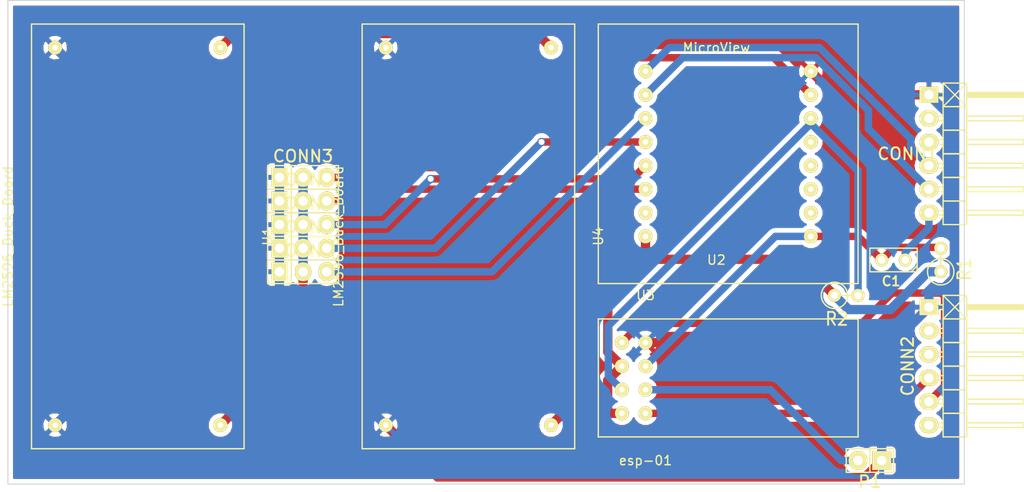
<source format=kicad_pcb>
(kicad_pcb (version 4) (host pcbnew 0.201411211846+5297~19~ubuntu14.04.1-product)

  (general
    (links 40)
    (no_connects 0)
    (area 39.319999 79.959999 142.290001 132.130001)
    (thickness 1.6)
    (drawings 5)
    (tracks 112)
    (zones 0)
    (modules 15)
    (nets 28)
  )

  (page A4)
  (layers
    (0 F.Cu signal)
    (31 B.Cu signal)
    (32 B.Adhes user)
    (33 F.Adhes user)
    (34 B.Paste user)
    (35 F.Paste user)
    (36 B.SilkS user)
    (37 F.SilkS user)
    (38 B.Mask user)
    (39 F.Mask user)
    (40 Dwgs.User user)
    (41 Cmts.User user)
    (42 Eco1.User user)
    (43 Eco2.User user)
    (44 Edge.Cuts user)
    (45 Margin user)
    (46 B.CrtYd user)
    (47 F.CrtYd user)
    (48 B.Fab user)
    (49 F.Fab user)
  )

  (setup
    (last_trace_width 0.8)
    (trace_clearance 0.254)
    (zone_clearance 0.508)
    (zone_45_only no)
    (trace_min 0.254)
    (segment_width 0.2)
    (edge_width 0.1)
    (via_size 0.889)
    (via_drill 0.635)
    (via_min_size 0.889)
    (via_min_drill 0.508)
    (uvia_size 0.508)
    (uvia_drill 0.127)
    (uvias_allowed no)
    (uvia_min_size 0.508)
    (uvia_min_drill 0.127)
    (pcb_text_width 0.3)
    (pcb_text_size 1.5 1.5)
    (mod_edge_width 0.15)
    (mod_text_size 1 1)
    (mod_text_width 0.15)
    (pad_size 1.7272 2.032)
    (pad_drill 1.016)
    (pad_to_mask_clearance 0)
    (aux_axis_origin 0 0)
    (visible_elements FFFFFF7F)
    (pcbplotparams
      (layerselection 0x00030_80000001)
      (usegerberextensions false)
      (excludeedgelayer true)
      (linewidth 0.100000)
      (plotframeref false)
      (viasonmask false)
      (mode 1)
      (useauxorigin false)
      (hpglpennumber 1)
      (hpglpenspeed 20)
      (hpglpendiameter 15)
      (hpglpenoverlay 2)
      (psnegative false)
      (psa4output false)
      (plotreference true)
      (plotvalue true)
      (plotinvisibletext false)
      (padsonsilk false)
      (subtractmaskfromsilk false)
      (outputformat 1)
      (mirror false)
      (drillshape 1)
      (scaleselection 1)
      (outputdirectory ""))
  )

  (net 0 "")
  (net 1 "Net-(C1-Pad1)")
  (net 2 MV_RESET)
  (net 3 GND)
  (net 4 "Net-(CONN1-Pad2)")
  (net 5 "Net-(CONN1-Pad3)")
  (net 6 MV_RXD)
  (net 7 MV_TXD)
  (net 8 "Net-(CONN2-Pad2)")
  (net 9 "Net-(CONN2-Pad3)")
  (net 10 ESP_RX)
  (net 11 ESP_TX)
  (net 12 "Net-(CONN2-Pad6)")
  (net 13 +5V)
  (net 14 SERVO_H)
  (net 15 SERVO_HROT)
  (net 16 SERVO_ROT)
  (net 17 SERVO_R)
  (net 18 SERVO_L)
  (net 19 "Net-(P1-Pad2)")
  (net 20 3V3)
  (net 21 ESP_RST)
  (net 22 "Net-(U2-Pad2)")
  (net 23 "Net-(U2-Pad3)")
  (net 24 "Net-(U2-Pad4)")
  (net 25 "Net-(U2-Pad5)")
  (net 26 "Net-(U2-Pad15)")
  (net 27 VCC)

  (net_class Default "This is the default net class."
    (clearance 0.254)
    (trace_width 0.8)
    (via_dia 0.889)
    (via_drill 0.635)
    (uvia_dia 0.508)
    (uvia_drill 0.127)
    (add_net ESP_RST)
    (add_net ESP_RX)
    (add_net ESP_TX)
    (add_net MV_RESET)
    (add_net MV_RXD)
    (add_net MV_TXD)
    (add_net "Net-(C1-Pad1)")
    (add_net "Net-(CONN1-Pad2)")
    (add_net "Net-(CONN1-Pad3)")
    (add_net "Net-(CONN2-Pad2)")
    (add_net "Net-(CONN2-Pad3)")
    (add_net "Net-(CONN2-Pad6)")
    (add_net "Net-(P1-Pad2)")
    (add_net "Net-(U2-Pad15)")
    (add_net "Net-(U2-Pad2)")
    (add_net "Net-(U2-Pad3)")
    (add_net "Net-(U2-Pad4)")
    (add_net "Net-(U2-Pad5)")
    (add_net SERVO_H)
    (add_net SERVO_HROT)
    (add_net SERVO_L)
    (add_net SERVO_R)
    (add_net SERVO_ROT)
  )

  (net_class +V ""
    (clearance 0.254)
    (trace_width 1.2)
    (via_dia 0.889)
    (via_drill 0.635)
    (uvia_dia 0.508)
    (uvia_drill 0.127)
    (add_net +5V)
    (add_net 3V3)
    (add_net VCC)
  )

  (net_class GND ""
    (clearance 0.254)
    (trace_width 1.2)
    (via_dia 0.889)
    (via_drill 0.635)
    (uvia_dia 0.508)
    (uvia_drill 0.127)
    (add_net GND)
  )

  (module Discret:C1 (layer F.Cu) (tedit 547FF536) (tstamp 547FF56B)
    (at 134.62 107.95 180)
    (descr "Condensateur e = 1 pas")
    (tags C)
    (path /547F94BE)
    (fp_text reference C1 (at 0.254 -2.286 180) (layer F.SilkS)
      (effects (font (size 1.016 1.016) (thickness 0.2032)))
    )
    (fp_text value 100nF (at 0 -2.286 180) (layer F.SilkS) hide
      (effects (font (size 1.016 1.016) (thickness 0.2032)))
    )
    (fp_line (start -2.4892 -1.27) (end 2.54 -1.27) (layer F.SilkS) (width 0.15))
    (fp_line (start 2.54 -1.27) (end 2.54 1.27) (layer F.SilkS) (width 0.15))
    (fp_line (start 2.54 1.27) (end -2.54 1.27) (layer F.SilkS) (width 0.15))
    (fp_line (start -2.54 1.27) (end -2.54 -1.27) (layer F.SilkS) (width 0.15))
    (fp_line (start -2.54 -0.635) (end -1.905 -1.27) (layer F.SilkS) (width 0.15))
    (pad 1 thru_hole circle (at -1.27 0 180) (size 1.397 1.397) (drill 0.8128) (layers *.Cu *.Mask F.SilkS)
      (net 1 "Net-(C1-Pad1)"))
    (pad 2 thru_hole circle (at 1.27 0 180) (size 1.397 1.397) (drill 0.8128) (layers *.Cu *.Mask F.SilkS)
      (net 2 MV_RESET))
    (model discret/capa_1_pas.wrl
      (at (xyz 0 0 0))
      (scale (xyz 1 1 1))
      (rotate (xyz 0 0 0))
    )
  )

  (module Pin_Headers:Pin_Header_Angled_1x06 (layer F.Cu) (tedit 54801A48) (tstamp 547FF575)
    (at 138.43 96.52 270)
    (descr "Through hole pin header")
    (tags "pin header")
    (path /547F9631)
    (fp_text reference CONN1 (at 0 2.286 360) (layer F.SilkS)
      (effects (font (size 1.27 1.27) (thickness 0.2032)))
    )
    (fp_text value FTDI_Cable (at 0 0 270) (layer F.SilkS) hide
      (effects (font (size 1.27 1.27) (thickness 0.2032)))
    )
    (fp_line (start -5.08 -4.064) (end -7.62 -1.524) (layer F.SilkS) (width 0.15))
    (fp_line (start -7.62 -4.064) (end -5.08 -1.524) (layer F.SilkS) (width 0.15))
    (fp_line (start -6.477 -4.191) (end -6.477 -10.033) (layer F.SilkS) (width 0.15))
    (fp_line (start -6.477 -10.033) (end -6.223 -10.033) (layer F.SilkS) (width 0.15))
    (fp_line (start -6.223 -10.033) (end -6.223 -4.191) (layer F.SilkS) (width 0.15))
    (fp_line (start -6.223 -4.191) (end -6.35 -4.191) (layer F.SilkS) (width 0.15))
    (fp_line (start -6.35 -4.191) (end -6.35 -10.033) (layer F.SilkS) (width 0.15))
    (fp_line (start -6.604 -1.524) (end -6.604 -1.143) (layer F.SilkS) (width 0.15))
    (fp_line (start -6.096 -1.524) (end -6.096 -1.143) (layer F.SilkS) (width 0.15))
    (fp_line (start -4.064 -1.524) (end -4.064 -1.143) (layer F.SilkS) (width 0.15))
    (fp_line (start -3.556 -1.524) (end -3.556 -1.143) (layer F.SilkS) (width 0.15))
    (fp_line (start -1.524 -1.524) (end -1.524 -1.143) (layer F.SilkS) (width 0.15))
    (fp_line (start -1.016 -1.524) (end -1.016 -1.143) (layer F.SilkS) (width 0.15))
    (fp_line (start 6.604 -1.524) (end 6.604 -1.143) (layer F.SilkS) (width 0.15))
    (fp_line (start 6.096 -1.524) (end 6.096 -1.143) (layer F.SilkS) (width 0.15))
    (fp_line (start 4.064 -1.524) (end 4.064 -1.143) (layer F.SilkS) (width 0.15))
    (fp_line (start 3.556 -1.524) (end 3.556 -1.143) (layer F.SilkS) (width 0.15))
    (fp_line (start 1.524 -1.524) (end 1.524 -1.143) (layer F.SilkS) (width 0.15))
    (fp_line (start 1.016 -1.524) (end 1.016 -1.143) (layer F.SilkS) (width 0.15))
    (fp_line (start -7.62 -1.524) (end -7.62 -4.064) (layer F.SilkS) (width 0.15))
    (fp_line (start -5.08 -1.524) (end -5.08 -4.064) (layer F.SilkS) (width 0.15))
    (fp_line (start -5.08 -1.524) (end -2.54 -1.524) (layer F.SilkS) (width 0.15))
    (fp_line (start -2.54 -1.524) (end -2.54 -4.064) (layer F.SilkS) (width 0.15))
    (fp_line (start -4.064 -4.064) (end -4.064 -10.16) (layer F.SilkS) (width 0.15))
    (fp_line (start -4.064 -10.16) (end -3.556 -10.16) (layer F.SilkS) (width 0.15))
    (fp_line (start -3.556 -10.16) (end -3.556 -4.064) (layer F.SilkS) (width 0.15))
    (fp_line (start -2.54 -4.064) (end -5.08 -4.064) (layer F.SilkS) (width 0.15))
    (fp_line (start -5.08 -4.064) (end -7.62 -4.064) (layer F.SilkS) (width 0.15))
    (fp_line (start -6.096 -10.16) (end -6.096 -4.064) (layer F.SilkS) (width 0.15))
    (fp_line (start -6.604 -10.16) (end -6.096 -10.16) (layer F.SilkS) (width 0.15))
    (fp_line (start -6.604 -4.064) (end -6.604 -10.16) (layer F.SilkS) (width 0.15))
    (fp_line (start -5.08 -1.524) (end -5.08 -4.064) (layer F.SilkS) (width 0.15))
    (fp_line (start -7.62 -1.524) (end -5.08 -1.524) (layer F.SilkS) (width 0.15))
    (fp_line (start 2.54 -1.524) (end 2.54 -4.064) (layer F.SilkS) (width 0.15))
    (fp_line (start 2.54 -1.524) (end 5.08 -1.524) (layer F.SilkS) (width 0.15))
    (fp_line (start 5.08 -1.524) (end 5.08 -4.064) (layer F.SilkS) (width 0.15))
    (fp_line (start 3.556 -4.064) (end 3.556 -10.16) (layer F.SilkS) (width 0.15))
    (fp_line (start 3.556 -10.16) (end 4.064 -10.16) (layer F.SilkS) (width 0.15))
    (fp_line (start 4.064 -10.16) (end 4.064 -4.064) (layer F.SilkS) (width 0.15))
    (fp_line (start 5.08 -4.064) (end 2.54 -4.064) (layer F.SilkS) (width 0.15))
    (fp_line (start 7.62 -4.064) (end 5.08 -4.064) (layer F.SilkS) (width 0.15))
    (fp_line (start 6.604 -10.16) (end 6.604 -4.064) (layer F.SilkS) (width 0.15))
    (fp_line (start 6.096 -10.16) (end 6.604 -10.16) (layer F.SilkS) (width 0.15))
    (fp_line (start 6.096 -4.064) (end 6.096 -10.16) (layer F.SilkS) (width 0.15))
    (fp_line (start 7.62 -1.524) (end 7.62 -4.064) (layer F.SilkS) (width 0.15))
    (fp_line (start 5.08 -1.524) (end 7.62 -1.524) (layer F.SilkS) (width 0.15))
    (fp_line (start 5.08 -1.524) (end 5.08 -4.064) (layer F.SilkS) (width 0.15))
    (fp_line (start 0 -1.524) (end 0 -4.064) (layer F.SilkS) (width 0.15))
    (fp_line (start 0 -1.524) (end 2.54 -1.524) (layer F.SilkS) (width 0.15))
    (fp_line (start 2.54 -1.524) (end 2.54 -4.064) (layer F.SilkS) (width 0.15))
    (fp_line (start 1.016 -4.064) (end 1.016 -10.16) (layer F.SilkS) (width 0.15))
    (fp_line (start 1.016 -10.16) (end 1.524 -10.16) (layer F.SilkS) (width 0.15))
    (fp_line (start 1.524 -10.16) (end 1.524 -4.064) (layer F.SilkS) (width 0.15))
    (fp_line (start 2.54 -4.064) (end 0 -4.064) (layer F.SilkS) (width 0.15))
    (fp_line (start 0 -4.064) (end -2.54 -4.064) (layer F.SilkS) (width 0.15))
    (fp_line (start -1.016 -10.16) (end -1.016 -4.064) (layer F.SilkS) (width 0.15))
    (fp_line (start -1.524 -10.16) (end -1.016 -10.16) (layer F.SilkS) (width 0.15))
    (fp_line (start -1.524 -4.064) (end -1.524 -10.16) (layer F.SilkS) (width 0.15))
    (fp_line (start 0 -1.524) (end 0 -4.064) (layer F.SilkS) (width 0.15))
    (fp_line (start -2.54 -1.524) (end 0 -1.524) (layer F.SilkS) (width 0.15))
    (fp_line (start -2.54 -1.524) (end -2.54 -4.064) (layer F.SilkS) (width 0.15))
    (pad 1 thru_hole rect (at -6.35 0 270) (size 1.7272 2.032) (drill 1.016) (layers *.Mask B.Cu F.SilkS)
      (net 3 GND))
    (pad 2 thru_hole oval (at -3.81 0 270) (size 1.7272 2.032) (drill 1.016) (layers *.Mask B.Cu F.SilkS)
      (net 4 "Net-(CONN1-Pad2)"))
    (pad 3 thru_hole oval (at -1.27 0 270) (size 1.7272 2.032) (drill 1.016) (layers *.Mask B.Cu F.SilkS)
      (net 5 "Net-(CONN1-Pad3)"))
    (pad 4 thru_hole oval (at 1.27 0 270) (size 1.7272 2.032) (drill 1.016) (layers *.Mask B.Cu F.SilkS)
      (net 6 MV_RXD))
    (pad 5 thru_hole oval (at 3.81 0 270) (size 1.7272 2.032) (drill 1.016) (layers *.Mask B.Cu F.SilkS)
      (net 7 MV_TXD))
    (pad 6 thru_hole oval (at 6.35 0 270) (size 1.7272 2.032) (drill 1.016) (layers *.Mask B.Cu F.SilkS)
      (net 1 "Net-(C1-Pad1)"))
    (model Pin_Headers/Pin_Header_Angled_1x06.wrl
      (at (xyz 0 0 0))
      (scale (xyz 1 1 1))
      (rotate (xyz 0 0 0))
    )
  )

  (module Pin_Headers:Pin_Header_Angled_1x06 (layer F.Cu) (tedit 54801A24) (tstamp 547FF57F)
    (at 138.43 119.38 270)
    (descr "Through hole pin header")
    (tags "pin header")
    (path /547F960C)
    (fp_text reference CONN2 (at 0 2.286 270) (layer F.SilkS)
      (effects (font (size 1.27 1.27) (thickness 0.2032)))
    )
    (fp_text value FTDI_Cable (at 0 0 270) (layer F.SilkS) hide
      (effects (font (size 1.27 1.27) (thickness 0.2032)))
    )
    (fp_line (start -5.08 -4.064) (end -7.62 -1.524) (layer F.SilkS) (width 0.15))
    (fp_line (start -7.62 -4.064) (end -5.08 -1.524) (layer F.SilkS) (width 0.15))
    (fp_line (start -6.477 -4.191) (end -6.477 -10.033) (layer F.SilkS) (width 0.15))
    (fp_line (start -6.477 -10.033) (end -6.223 -10.033) (layer F.SilkS) (width 0.15))
    (fp_line (start -6.223 -10.033) (end -6.223 -4.191) (layer F.SilkS) (width 0.15))
    (fp_line (start -6.223 -4.191) (end -6.35 -4.191) (layer F.SilkS) (width 0.15))
    (fp_line (start -6.35 -4.191) (end -6.35 -10.033) (layer F.SilkS) (width 0.15))
    (fp_line (start -6.604 -1.524) (end -6.604 -1.143) (layer F.SilkS) (width 0.15))
    (fp_line (start -6.096 -1.524) (end -6.096 -1.143) (layer F.SilkS) (width 0.15))
    (fp_line (start -4.064 -1.524) (end -4.064 -1.143) (layer F.SilkS) (width 0.15))
    (fp_line (start -3.556 -1.524) (end -3.556 -1.143) (layer F.SilkS) (width 0.15))
    (fp_line (start -1.524 -1.524) (end -1.524 -1.143) (layer F.SilkS) (width 0.15))
    (fp_line (start -1.016 -1.524) (end -1.016 -1.143) (layer F.SilkS) (width 0.15))
    (fp_line (start 6.604 -1.524) (end 6.604 -1.143) (layer F.SilkS) (width 0.15))
    (fp_line (start 6.096 -1.524) (end 6.096 -1.143) (layer F.SilkS) (width 0.15))
    (fp_line (start 4.064 -1.524) (end 4.064 -1.143) (layer F.SilkS) (width 0.15))
    (fp_line (start 3.556 -1.524) (end 3.556 -1.143) (layer F.SilkS) (width 0.15))
    (fp_line (start 1.524 -1.524) (end 1.524 -1.143) (layer F.SilkS) (width 0.15))
    (fp_line (start 1.016 -1.524) (end 1.016 -1.143) (layer F.SilkS) (width 0.15))
    (fp_line (start -7.62 -1.524) (end -7.62 -4.064) (layer F.SilkS) (width 0.15))
    (fp_line (start -5.08 -1.524) (end -5.08 -4.064) (layer F.SilkS) (width 0.15))
    (fp_line (start -5.08 -1.524) (end -2.54 -1.524) (layer F.SilkS) (width 0.15))
    (fp_line (start -2.54 -1.524) (end -2.54 -4.064) (layer F.SilkS) (width 0.15))
    (fp_line (start -4.064 -4.064) (end -4.064 -10.16) (layer F.SilkS) (width 0.15))
    (fp_line (start -4.064 -10.16) (end -3.556 -10.16) (layer F.SilkS) (width 0.15))
    (fp_line (start -3.556 -10.16) (end -3.556 -4.064) (layer F.SilkS) (width 0.15))
    (fp_line (start -2.54 -4.064) (end -5.08 -4.064) (layer F.SilkS) (width 0.15))
    (fp_line (start -5.08 -4.064) (end -7.62 -4.064) (layer F.SilkS) (width 0.15))
    (fp_line (start -6.096 -10.16) (end -6.096 -4.064) (layer F.SilkS) (width 0.15))
    (fp_line (start -6.604 -10.16) (end -6.096 -10.16) (layer F.SilkS) (width 0.15))
    (fp_line (start -6.604 -4.064) (end -6.604 -10.16) (layer F.SilkS) (width 0.15))
    (fp_line (start -5.08 -1.524) (end -5.08 -4.064) (layer F.SilkS) (width 0.15))
    (fp_line (start -7.62 -1.524) (end -5.08 -1.524) (layer F.SilkS) (width 0.15))
    (fp_line (start 2.54 -1.524) (end 2.54 -4.064) (layer F.SilkS) (width 0.15))
    (fp_line (start 2.54 -1.524) (end 5.08 -1.524) (layer F.SilkS) (width 0.15))
    (fp_line (start 5.08 -1.524) (end 5.08 -4.064) (layer F.SilkS) (width 0.15))
    (fp_line (start 3.556 -4.064) (end 3.556 -10.16) (layer F.SilkS) (width 0.15))
    (fp_line (start 3.556 -10.16) (end 4.064 -10.16) (layer F.SilkS) (width 0.15))
    (fp_line (start 4.064 -10.16) (end 4.064 -4.064) (layer F.SilkS) (width 0.15))
    (fp_line (start 5.08 -4.064) (end 2.54 -4.064) (layer F.SilkS) (width 0.15))
    (fp_line (start 7.62 -4.064) (end 5.08 -4.064) (layer F.SilkS) (width 0.15))
    (fp_line (start 6.604 -10.16) (end 6.604 -4.064) (layer F.SilkS) (width 0.15))
    (fp_line (start 6.096 -10.16) (end 6.604 -10.16) (layer F.SilkS) (width 0.15))
    (fp_line (start 6.096 -4.064) (end 6.096 -10.16) (layer F.SilkS) (width 0.15))
    (fp_line (start 7.62 -1.524) (end 7.62 -4.064) (layer F.SilkS) (width 0.15))
    (fp_line (start 5.08 -1.524) (end 7.62 -1.524) (layer F.SilkS) (width 0.15))
    (fp_line (start 5.08 -1.524) (end 5.08 -4.064) (layer F.SilkS) (width 0.15))
    (fp_line (start 0 -1.524) (end 0 -4.064) (layer F.SilkS) (width 0.15))
    (fp_line (start 0 -1.524) (end 2.54 -1.524) (layer F.SilkS) (width 0.15))
    (fp_line (start 2.54 -1.524) (end 2.54 -4.064) (layer F.SilkS) (width 0.15))
    (fp_line (start 1.016 -4.064) (end 1.016 -10.16) (layer F.SilkS) (width 0.15))
    (fp_line (start 1.016 -10.16) (end 1.524 -10.16) (layer F.SilkS) (width 0.15))
    (fp_line (start 1.524 -10.16) (end 1.524 -4.064) (layer F.SilkS) (width 0.15))
    (fp_line (start 2.54 -4.064) (end 0 -4.064) (layer F.SilkS) (width 0.15))
    (fp_line (start 0 -4.064) (end -2.54 -4.064) (layer F.SilkS) (width 0.15))
    (fp_line (start -1.016 -10.16) (end -1.016 -4.064) (layer F.SilkS) (width 0.15))
    (fp_line (start -1.524 -10.16) (end -1.016 -10.16) (layer F.SilkS) (width 0.15))
    (fp_line (start -1.524 -4.064) (end -1.524 -10.16) (layer F.SilkS) (width 0.15))
    (fp_line (start 0 -1.524) (end 0 -4.064) (layer F.SilkS) (width 0.15))
    (fp_line (start -2.54 -1.524) (end 0 -1.524) (layer F.SilkS) (width 0.15))
    (fp_line (start -2.54 -1.524) (end -2.54 -4.064) (layer F.SilkS) (width 0.15))
    (pad 1 thru_hole rect (at -6.35 0 270) (size 1.7272 2.032) (drill 1.016) (layers *.Mask B.Cu F.SilkS)
      (net 3 GND))
    (pad 2 thru_hole oval (at -3.81 0 270) (size 1.7272 2.032) (drill 1.016) (layers *.Mask B.Cu F.SilkS)
      (net 8 "Net-(CONN2-Pad2)"))
    (pad 3 thru_hole oval (at -1.27 0 270) (size 1.7272 2.032) (drill 1.016) (layers *.Mask B.Cu F.SilkS)
      (net 9 "Net-(CONN2-Pad3)"))
    (pad 4 thru_hole oval (at 1.27 0 270) (size 1.7272 2.032) (drill 1.016) (layers *.Mask B.Cu F.SilkS)
      (net 10 ESP_RX))
    (pad 5 thru_hole oval (at 3.81 0 270) (size 1.7272 2.032) (drill 1.016) (layers *.Mask B.Cu F.SilkS)
      (net 11 ESP_TX))
    (pad 6 thru_hole oval (at 6.35 0 270) (size 1.7272 2.032) (drill 1.016) (layers *.Mask B.Cu F.SilkS)
      (net 12 "Net-(CONN2-Pad6)"))
    (model Pin_Headers/Pin_Header_Angled_1x06.wrl
      (at (xyz 0 0 0))
      (scale (xyz 1 1 1))
      (rotate (xyz 0 0 0))
    )
  )

  (module Pin_Headers:Pin_Header_Straight_1x03 (layer F.Cu) (tedit 548018E3) (tstamp 547FF586)
    (at 71.12 99.06)
    (descr "Through hole pin header")
    (tags "pin header")
    (path /547F96BD)
    (fp_text reference CONN3 (at 0 -2.286) (layer F.SilkS)
      (effects (font (size 1.27 1.27) (thickness 0.2032)))
    )
    (fp_text value SERVO (at 0 0) (layer F.SilkS) hide
      (effects (font (size 1.27 1.27) (thickness 0.2032)))
    )
    (fp_line (start -1.27 1.27) (end 3.81 1.27) (layer F.SilkS) (width 0.15))
    (fp_line (start 3.81 1.27) (end 3.81 -1.27) (layer F.SilkS) (width 0.15))
    (fp_line (start 3.81 -1.27) (end -1.27 -1.27) (layer F.SilkS) (width 0.15))
    (fp_line (start -3.81 -1.27) (end -1.27 -1.27) (layer F.SilkS) (width 0.15))
    (fp_line (start -1.27 -1.27) (end -1.27 1.27) (layer F.SilkS) (width 0.15))
    (fp_line (start -3.81 -1.27) (end -3.81 1.27) (layer F.SilkS) (width 0.15))
    (fp_line (start -3.81 1.27) (end -1.27 1.27) (layer F.SilkS) (width 0.15))
    (pad 1 thru_hole rect (at -2.54 0) (size 1.7272 2.032) (drill 1.016) (layers *.Mask B.Cu F.SilkS)
      (net 3 GND))
    (pad 2 thru_hole oval (at 0 0) (size 1.7272 2.032) (drill 1.016) (layers *.Mask B.Cu F.SilkS)
      (net 13 +5V))
    (pad 3 thru_hole oval (at 2.54 0) (size 1.7272 2.032) (drill 1.016) (layers *.Mask B.Cu F.SilkS)
      (net 14 SERVO_H))
    (model Pin_Headers/Pin_Header_Straight_1x03.wrl
      (at (xyz 0 0 0))
      (scale (xyz 1 1 1))
      (rotate (xyz 0 0 0))
    )
  )

  (module Pin_Headers:Pin_Header_Straight_1x03 (layer F.Cu) (tedit 548018EB) (tstamp 547FF58D)
    (at 71.12 101.6)
    (descr "Through hole pin header")
    (tags "pin header")
    (path /547F96E2)
    (fp_text reference CONN4 (at 0 -2.286) (layer F.SilkS)
      (effects (font (size 1.27 1.27) (thickness 0.2032)))
    )
    (fp_text value SERVO (at 0 0) (layer F.SilkS) hide
      (effects (font (size 1.27 1.27) (thickness 0.2032)))
    )
    (fp_line (start -1.27 1.27) (end 3.81 1.27) (layer F.SilkS) (width 0.15))
    (fp_line (start 3.81 1.27) (end 3.81 -1.27) (layer F.SilkS) (width 0.15))
    (fp_line (start 3.81 -1.27) (end -1.27 -1.27) (layer F.SilkS) (width 0.15))
    (fp_line (start -3.81 -1.27) (end -1.27 -1.27) (layer F.SilkS) (width 0.15))
    (fp_line (start -1.27 -1.27) (end -1.27 1.27) (layer F.SilkS) (width 0.15))
    (fp_line (start -3.81 -1.27) (end -3.81 1.27) (layer F.SilkS) (width 0.15))
    (fp_line (start -3.81 1.27) (end -1.27 1.27) (layer F.SilkS) (width 0.15))
    (pad 1 thru_hole rect (at -2.54 0) (size 1.7272 2.032) (drill 1.016) (layers *.Mask B.Cu F.SilkS)
      (net 3 GND))
    (pad 2 thru_hole oval (at 0 0) (size 1.7272 2.032) (drill 1.016) (layers *.Mask B.Cu F.SilkS)
      (net 13 +5V))
    (pad 3 thru_hole oval (at 2.54 0) (size 1.7272 2.032) (drill 1.016) (layers *.Mask B.Cu F.SilkS)
      (net 15 SERVO_HROT))
    (model Pin_Headers/Pin_Header_Straight_1x03.wrl
      (at (xyz 0 0 0))
      (scale (xyz 1 1 1))
      (rotate (xyz 0 0 0))
    )
  )

  (module Pin_Headers:Pin_Header_Straight_1x03 (layer F.Cu) (tedit 5480190C) (tstamp 547FF594)
    (at 71.12 104.14)
    (descr "Through hole pin header")
    (tags "pin header")
    (path /547F972D)
    (fp_text reference CONN5 (at 0 -2.286) (layer F.SilkS)
      (effects (font (size 1.27 1.27) (thickness 0.2032)))
    )
    (fp_text value SERVO (at 0 0) (layer F.SilkS) hide
      (effects (font (size 1.27 1.27) (thickness 0.2032)))
    )
    (fp_line (start -1.27 1.27) (end 3.81 1.27) (layer F.SilkS) (width 0.15))
    (fp_line (start 3.81 1.27) (end 3.81 -1.27) (layer F.SilkS) (width 0.15))
    (fp_line (start 3.81 -1.27) (end -1.27 -1.27) (layer F.SilkS) (width 0.15))
    (fp_line (start -3.81 -1.27) (end -1.27 -1.27) (layer F.SilkS) (width 0.15))
    (fp_line (start -1.27 -1.27) (end -1.27 1.27) (layer F.SilkS) (width 0.15))
    (fp_line (start -3.81 -1.27) (end -3.81 1.27) (layer F.SilkS) (width 0.15))
    (fp_line (start -3.81 1.27) (end -1.27 1.27) (layer F.SilkS) (width 0.15))
    (pad 1 thru_hole rect (at -2.54 0) (size 1.7272 2.032) (drill 1.016) (layers *.Mask B.Cu F.SilkS)
      (net 3 GND))
    (pad 2 thru_hole oval (at 0 0) (size 1.7272 2.032) (drill 1.016) (layers *.Mask B.Cu F.SilkS)
      (net 13 +5V))
    (pad 3 thru_hole oval (at 2.54 0) (size 1.7272 2.032) (drill 1.016) (layers *.Mask B.Cu F.SilkS)
      (net 16 SERVO_ROT))
    (model Pin_Headers/Pin_Header_Straight_1x03.wrl
      (at (xyz 0 0 0))
      (scale (xyz 1 1 1))
      (rotate (xyz 0 0 0))
    )
  )

  (module Pin_Headers:Pin_Header_Straight_1x03 (layer F.Cu) (tedit 5480191F) (tstamp 547FF59B)
    (at 71.12 106.68)
    (descr "Through hole pin header")
    (tags "pin header")
    (path /547F9757)
    (fp_text reference CONN6 (at 0 -2.286) (layer F.SilkS)
      (effects (font (size 1.27 1.27) (thickness 0.2032)))
    )
    (fp_text value SERVO (at 0 0) (layer F.SilkS) hide
      (effects (font (size 1.27 1.27) (thickness 0.2032)))
    )
    (fp_line (start -1.27 1.27) (end 3.81 1.27) (layer F.SilkS) (width 0.15))
    (fp_line (start 3.81 1.27) (end 3.81 -1.27) (layer F.SilkS) (width 0.15))
    (fp_line (start 3.81 -1.27) (end -1.27 -1.27) (layer F.SilkS) (width 0.15))
    (fp_line (start -3.81 -1.27) (end -1.27 -1.27) (layer F.SilkS) (width 0.15))
    (fp_line (start -1.27 -1.27) (end -1.27 1.27) (layer F.SilkS) (width 0.15))
    (fp_line (start -3.81 -1.27) (end -3.81 1.27) (layer F.SilkS) (width 0.15))
    (fp_line (start -3.81 1.27) (end -1.27 1.27) (layer F.SilkS) (width 0.15))
    (pad 1 thru_hole rect (at -2.54 0) (size 1.7272 2.032) (drill 1.016) (layers *.Mask B.Cu F.SilkS)
      (net 3 GND))
    (pad 2 thru_hole oval (at 0 0) (size 1.7272 2.032) (drill 1.016) (layers *.Mask B.Cu F.SilkS)
      (net 13 +5V))
    (pad 3 thru_hole oval (at 2.54 0) (size 1.7272 2.032) (drill 1.016) (layers *.Mask B.Cu F.SilkS)
      (net 17 SERVO_R))
    (model Pin_Headers/Pin_Header_Straight_1x03.wrl
      (at (xyz 0 0 0))
      (scale (xyz 1 1 1))
      (rotate (xyz 0 0 0))
    )
  )

  (module Pin_Headers:Pin_Header_Straight_1x03 (layer F.Cu) (tedit 54801931) (tstamp 548018A2)
    (at 71.12 109.22)
    (descr "Through hole pin header")
    (tags "pin header")
    (path /547F9662)
    (fp_text reference CONN7 (at 0 -2.286) (layer F.SilkS)
      (effects (font (size 1.27 1.27) (thickness 0.2032)))
    )
    (fp_text value SERVO (at 0 0) (layer F.SilkS) hide
      (effects (font (size 1.27 1.27) (thickness 0.2032)))
    )
    (fp_line (start -1.27 1.27) (end 3.81 1.27) (layer F.SilkS) (width 0.15))
    (fp_line (start 3.81 1.27) (end 3.81 -1.27) (layer F.SilkS) (width 0.15))
    (fp_line (start 3.81 -1.27) (end -1.27 -1.27) (layer F.SilkS) (width 0.15))
    (fp_line (start -3.81 -1.27) (end -1.27 -1.27) (layer F.SilkS) (width 0.15))
    (fp_line (start -1.27 -1.27) (end -1.27 1.27) (layer F.SilkS) (width 0.15))
    (fp_line (start -3.81 -1.27) (end -3.81 1.27) (layer F.SilkS) (width 0.15))
    (fp_line (start -3.81 1.27) (end -1.27 1.27) (layer F.SilkS) (width 0.15))
    (pad 1 thru_hole rect (at -2.54 0) (size 1.7272 2.032) (drill 1.016) (layers *.Mask B.Cu F.SilkS)
      (net 3 GND))
    (pad 2 thru_hole oval (at 0 0) (size 1.7272 2.032) (drill 1.016) (layers *.Mask B.Cu F.SilkS)
      (net 13 +5V))
    (pad 3 thru_hole oval (at 2.54 0) (size 1.7272 2.032) (drill 1.016) (layers *.Mask B.Cu F.SilkS)
      (net 18 SERVO_L))
    (model Pin_Headers/Pin_Header_Straight_1x03.wrl
      (at (xyz 0 0 0))
      (scale (xyz 1 1 1))
      (rotate (xyz 0 0 0))
    )
  )

  (module Pin_Headers:Pin_Header_Straight_1x02 (layer F.Cu) (tedit 547FF536) (tstamp 547FF5A8)
    (at 132.08 129.54 180)
    (descr "Through hole pin header")
    (tags "pin header")
    (path /548004E5)
    (fp_text reference P1 (at 0 -2.286 180) (layer F.SilkS)
      (effects (font (size 1.27 1.27) (thickness 0.2032)))
    )
    (fp_text value CONN_01X02 (at 0 0 180) (layer F.SilkS) hide
      (effects (font (size 1.27 1.27) (thickness 0.2032)))
    )
    (fp_line (start 0 -1.27) (end 0 1.27) (layer F.SilkS) (width 0.15))
    (fp_line (start -2.54 -1.27) (end -2.54 1.27) (layer F.SilkS) (width 0.15))
    (fp_line (start -2.54 1.27) (end 0 1.27) (layer F.SilkS) (width 0.15))
    (fp_line (start 0 1.27) (end 2.54 1.27) (layer F.SilkS) (width 0.15))
    (fp_line (start 2.54 1.27) (end 2.54 -1.27) (layer F.SilkS) (width 0.15))
    (fp_line (start 2.54 -1.27) (end -2.54 -1.27) (layer F.SilkS) (width 0.15))
    (pad 1 thru_hole rect (at -1.27 0 180) (size 2.032 2.032) (drill 1.016) (layers *.Cu *.Mask F.SilkS)
      (net 3 GND))
    (pad 2 thru_hole oval (at 1.27 0 180) (size 2.032 2.032) (drill 1.016) (layers *.Cu *.Mask F.SilkS)
      (net 19 "Net-(P1-Pad2)"))
    (model Pin_Headers/Pin_Header_Straight_1x02.wrl
      (at (xyz 0 0 0))
      (scale (xyz 1 1 1))
      (rotate (xyz 0 0 0))
    )
  )

  (module Discret:R1 (layer F.Cu) (tedit 547FF536) (tstamp 547FF5AE)
    (at 139.7 107.95 90)
    (descr "Resistance verticale")
    (tags R)
    (path /547F945C)
    (autoplace_cost90 10)
    (autoplace_cost180 10)
    (fp_text reference R1 (at -1.016 2.54 90) (layer F.SilkS)
      (effects (font (size 1.397 1.27) (thickness 0.2032)))
    )
    (fp_text value 10k (at -1.143 2.54 90) (layer F.SilkS) hide
      (effects (font (size 1.397 1.27) (thickness 0.2032)))
    )
    (fp_line (start -1.27 0) (end 1.27 0) (layer F.SilkS) (width 0.15))
    (fp_circle (center -1.27 0) (end -0.635 1.27) (layer F.SilkS) (width 0.15))
    (pad 1 thru_hole circle (at -1.27 0 90) (size 1.397 1.397) (drill 0.8128) (layers *.Cu *.Mask F.SilkS)
      (net 20 3V3))
    (pad 2 thru_hole circle (at 1.27 0 90) (size 1.397 1.397) (drill 0.8128) (layers *.Cu *.Mask F.SilkS)
      (net 2 MV_RESET))
    (model discret/verti_resistor.wrl
      (at (xyz 0 0 0))
      (scale (xyz 1 1 1))
      (rotate (xyz 0 0 0))
    )
  )

  (module Discret:R1 (layer F.Cu) (tedit 547FF536) (tstamp 547FF5B4)
    (at 129.54 111.76)
    (descr "Resistance verticale")
    (tags R)
    (path /54800AFD)
    (autoplace_cost90 10)
    (autoplace_cost180 10)
    (fp_text reference R2 (at -1.016 2.54) (layer F.SilkS)
      (effects (font (size 1.397 1.27) (thickness 0.2032)))
    )
    (fp_text value 10K (at -1.143 2.54) (layer F.SilkS) hide
      (effects (font (size 1.397 1.27) (thickness 0.2032)))
    )
    (fp_line (start -1.27 0) (end 1.27 0) (layer F.SilkS) (width 0.15))
    (fp_circle (center -1.27 0) (end -0.635 1.27) (layer F.SilkS) (width 0.15))
    (pad 1 thru_hole circle (at -1.27 0) (size 1.397 1.397) (drill 0.8128) (layers *.Cu *.Mask F.SilkS)
      (net 20 3V3))
    (pad 2 thru_hole circle (at 1.27 0) (size 1.397 1.397) (drill 0.8128) (layers *.Cu *.Mask F.SilkS)
      (net 21 ESP_RST))
    (model discret/verti_resistor.wrl
      (at (xyz 0 0 0))
      (scale (xyz 1 1 1))
      (rotate (xyz 0 0 0))
    )
  )

  (module uArm:MICROVIEW (layer F.Cu) (tedit 548019E6) (tstamp 548001AB)
    (at 115.57 95.25 180)
    (path /547F9319)
    (fp_text reference U2 (at 0 -12.7 180) (layer F.SilkS)
      (effects (font (size 1 1) (thickness 0.15)))
    )
    (fp_text value MicroView (at 0 10.16 180) (layer F.SilkS)
      (effects (font (size 1 1) (thickness 0.15)))
    )
    (fp_line (start 12.7 -15.24) (end 12.7 12.7) (layer F.SilkS) (width 0.15))
    (fp_line (start 12.7 12.7) (end -15.24 12.7) (layer F.SilkS) (width 0.15))
    (fp_line (start -15.24 12.7) (end -15.24 -15.24) (layer F.SilkS) (width 0.15))
    (fp_line (start -15.24 -15.24) (end 12.7 -15.24) (layer F.SilkS) (width 0.15))
    (pad 1 thru_hole circle (at -10.16 -10.16 180) (size 1.5 1.5) (drill 0.6) (layers *.Mask B.Cu F.SilkS)
      (net 2 MV_RESET))
    (pad 2 thru_hole circle (at -10.16 -7.62 180) (size 1.5 1.5) (drill 0.6) (layers *.Mask B.Cu F.SilkS)
      (net 22 "Net-(U2-Pad2)"))
    (pad 3 thru_hole circle (at -10.16 -5.08 180) (size 1.5 1.5) (drill 0.6) (layers *.Mask B.Cu F.SilkS)
      (net 23 "Net-(U2-Pad3)"))
    (pad 4 thru_hole circle (at -10.16 -2.54 180) (size 1.5 1.5) (drill 0.6) (layers *.Mask B.Cu F.SilkS)
      (net 24 "Net-(U2-Pad4)"))
    (pad 5 thru_hole circle (at -10.16 0 180) (size 1.5 1.5) (drill 0.6) (layers *.Mask B.Cu F.SilkS)
      (net 25 "Net-(U2-Pad5)"))
    (pad 6 thru_hole circle (at -10.16 2.54 180) (size 1.5 1.5) (drill 0.6) (layers *.Mask B.Cu F.SilkS)
      (net 21 ESP_RST))
    (pad 7 thru_hole circle (at -10.16 5.08 180) (size 1.5 1.5) (drill 0.6) (layers *.Mask B.Cu F.SilkS)
      (net 14 SERVO_H))
    (pad 8 thru_hole circle (at -10.16 7.62 180) (size 1.5 1.5) (drill 0.6) (layers *.Mask B.Cu F.SilkS)
      (net 3 GND))
    (pad 9 thru_hole circle (at 7.62 7.62) (size 1.5 1.5) (drill 0.6) (layers *.Mask B.Cu F.SilkS)
      (net 6 MV_RXD))
    (pad 10 thru_hole circle (at 7.62 5.08) (size 1.5 1.5) (drill 0.6) (layers *.Cu *.Mask F.SilkS)
      (net 7 MV_TXD))
    (pad 11 thru_hole circle (at 7.62 2.54) (size 1.5 1.5) (drill 0.6) (layers *.Mask B.Cu F.SilkS)
      (net 18 SERVO_L))
    (pad 12 thru_hole circle (at 7.62 0) (size 1.5 1.5) (drill 0.6) (layers *.Mask B.Cu F.SilkS)
      (net 17 SERVO_R))
    (pad 13 thru_hole circle (at 7.62 -2.54) (size 1.5 1.5) (drill 0.6) (layers *.Mask B.Cu F.SilkS)
      (net 16 SERVO_ROT))
    (pad 14 thru_hole circle (at 7.62 -5.08) (size 1.5 1.5) (drill 0.6) (layers *.Mask B.Cu F.SilkS)
      (net 15 SERVO_HROT))
    (pad 15 thru_hole circle (at 7.62 -7.62) (size 1.5 1.5) (drill 0.6) (layers *.Mask B.Cu F.SilkS)
      (net 26 "Net-(U2-Pad15)"))
    (pad 16 thru_hole circle (at 7.62 -10.16) (size 1.5 1.5) (drill 0.6) (layers *.Mask B.Cu F.SilkS)
      (net 20 3V3))
  )

  (module uArm:LM2596_BUCK_BOARD (layer F.Cu) (tedit 548002B0) (tstamp 548003AD)
    (at 52.07 100.33 270)
    (path /547F93F4)
    (fp_text reference U1 (at 5.08 -15.24 270) (layer F.SilkS)
      (effects (font (size 1 1) (thickness 0.15)))
    )
    (fp_text value LM2596_Buck_Board (at 5.08 12.7 270) (layer F.SilkS)
      (effects (font (size 1 1) (thickness 0.15)))
    )
    (fp_line (start -17.78 -12.7) (end 27.94 -12.7) (layer F.SilkS) (width 0.15))
    (fp_line (start 27.94 -12.7) (end 27.94 10.16) (layer F.SilkS) (width 0.15))
    (fp_line (start 27.94 10.16) (end -17.78 10.16) (layer F.SilkS) (width 0.15))
    (fp_line (start -17.78 10.16) (end -17.78 -12.7) (layer F.SilkS) (width 0.15))
    (pad 1 thru_hole circle (at -15.24 -10.16 270) (size 1.5 1.5) (drill 0.6) (layers *.Cu *.Mask F.SilkS)
      (net 27 VCC))
    (pad 2 thru_hole circle (at -15.24 7.62 270) (size 1.5 1.5) (drill 0.6) (layers *.Cu *.Mask F.SilkS)
      (net 3 GND))
    (pad 3 thru_hole circle (at 25.4 -10.16 270) (size 1.5 1.5) (drill 0.6) (layers *.Cu *.Mask F.SilkS)
      (net 13 +5V))
    (pad 4 thru_hole circle (at 25.4 7.62 270) (size 1.5 1.5) (drill 0.6) (layers *.Cu *.Mask F.SilkS)
      (net 3 GND))
  )

  (module uArm:LM2596_BUCK_BOARD (layer F.Cu) (tedit 548002B0) (tstamp 548003B9)
    (at 87.63 100.33 270)
    (path /547F941D)
    (fp_text reference U4 (at 5.08 -15.24 270) (layer F.SilkS)
      (effects (font (size 1 1) (thickness 0.15)))
    )
    (fp_text value LM2596_Buck_Board (at 5.08 12.7 270) (layer F.SilkS)
      (effects (font (size 1 1) (thickness 0.15)))
    )
    (fp_line (start -17.78 -12.7) (end 27.94 -12.7) (layer F.SilkS) (width 0.15))
    (fp_line (start 27.94 -12.7) (end 27.94 10.16) (layer F.SilkS) (width 0.15))
    (fp_line (start 27.94 10.16) (end -17.78 10.16) (layer F.SilkS) (width 0.15))
    (fp_line (start -17.78 10.16) (end -17.78 -12.7) (layer F.SilkS) (width 0.15))
    (pad 1 thru_hole circle (at -15.24 -10.16 270) (size 1.5 1.5) (drill 0.6) (layers *.Cu *.Mask F.SilkS)
      (net 27 VCC))
    (pad 2 thru_hole circle (at -15.24 7.62 270) (size 1.5 1.5) (drill 0.6) (layers *.Cu *.Mask F.SilkS)
      (net 3 GND))
    (pad 3 thru_hole circle (at 25.4 -10.16 270) (size 1.5 1.5) (drill 0.6) (layers *.Cu *.Mask F.SilkS)
      (net 20 3V3))
    (pad 4 thru_hole circle (at 25.4 7.62 270) (size 1.5 1.5) (drill 0.6) (layers *.Cu *.Mask F.SilkS)
      (net 3 GND))
  )

  (module uArm:ESP_01 (layer F.Cu) (tedit 54801973) (tstamp 54800531)
    (at 115.57 132.08)
    (path /547F909B)
    (fp_text reference U3 (at -7.62 -20.32) (layer F.SilkS)
      (effects (font (size 1 1) (thickness 0.15)))
    )
    (fp_text value esp-01 (at -7.62 -2.54) (layer F.SilkS)
      (effects (font (size 1 1) (thickness 0.15)))
    )
    (fp_line (start -12.7 -17.78) (end -12.7 -5.08) (layer F.SilkS) (width 0.15))
    (fp_line (start -12.7 -5.08) (end 15.24 -5.08) (layer F.SilkS) (width 0.15))
    (fp_line (start 15.24 -5.08) (end 15.24 -17.78) (layer F.SilkS) (width 0.15))
    (fp_line (start 15.24 -17.78) (end -12.7 -17.78) (layer F.SilkS) (width 0.15))
    (pad 1 thru_hole circle (at -10.16 -15.24) (size 1.5 1.5) (drill 0.6) (layers *.Mask B.Cu F.SilkS)
      (net 11 ESP_TX))
    (pad 2 thru_hole circle (at -10.16 -12.7) (size 1.5 1.5) (drill 0.6) (layers *.Mask B.Cu F.SilkS)
      (net 20 3V3))
    (pad 3 thru_hole circle (at -10.16 -10.16) (size 1.5 1.5) (drill 0.6) (layers *.Mask B.Cu F.SilkS)
      (net 21 ESP_RST))
    (pad 4 thru_hole circle (at -10.16 -7.62) (size 1.5 1.5) (drill 0.6) (layers *.Mask B.Cu F.SilkS)
      (net 20 3V3))
    (pad 5 thru_hole circle (at -7.62 -15.24) (size 1.5 1.5) (drill 0.6) (layers *.Mask B.Cu F.SilkS)
      (net 3 GND))
    (pad 6 thru_hole circle (at -7.62 -12.7) (size 1.5 1.5) (drill 0.6) (layers *.Mask B.Cu F.SilkS)
      (net 2 MV_RESET))
    (pad 7 thru_hole circle (at -7.62 -10.16) (size 1.5 1.5) (drill 0.6) (layers *.Mask B.Cu F.SilkS)
      (net 19 "Net-(P1-Pad2)"))
    (pad 8 thru_hole circle (at -7.62 -7.62) (size 1.5 1.5) (drill 0.6) (layers *.Mask B.Cu F.SilkS)
      (net 10 ESP_RX))
  )

  (gr_text "dacb\n2014" (at 71.12 125.73) (layer F.Cu)
    (effects (font (size 1.5 1.5) (thickness 0.3)))
  )
  (gr_line (start 39.37 132.08) (end 39.37 80.01) (angle 90) (layer Edge.Cuts) (width 0.1))
  (gr_line (start 142.24 132.08) (end 39.37 132.08) (angle 90) (layer Edge.Cuts) (width 0.1))
  (gr_line (start 142.24 80.01) (end 142.24 132.08) (angle 90) (layer Edge.Cuts) (width 0.1))
  (gr_line (start 39.37 80.01) (end 142.24 80.01) (angle 90) (layer Edge.Cuts) (width 0.1))

  (segment (start 135.89 107.0736) (end 135.89 107.95) (width 0.8) (layer B.Cu) (net 1))
  (segment (start 138.43 104.5336) (end 135.89 107.0736) (width 0.8) (layer B.Cu) (net 1))
  (segment (start 138.43 102.87) (end 138.43 104.5336) (width 0.8) (layer B.Cu) (net 1))
  (segment (start 121.92 105.41) (end 107.95 119.38) (width 0.8) (layer B.Cu) (net 2))
  (segment (start 125.73 105.41) (end 121.92 105.41) (width 0.8) (layer B.Cu) (net 2))
  (segment (start 130.81 105.41) (end 133.35 107.95) (width 0.8) (layer F.Cu) (net 2))
  (segment (start 125.73 105.41) (end 130.81 105.41) (width 0.8) (layer F.Cu) (net 2))
  (segment (start 134.7065 106.5935) (end 133.35 107.95) (width 0.8) (layer F.Cu) (net 2))
  (segment (start 139.6135 106.5935) (end 134.7065 106.5935) (width 0.8) (layer F.Cu) (net 2))
  (segment (start 139.7 106.68) (end 139.6135 106.5935) (width 0.8) (layer F.Cu) (net 2))
  (segment (start 68.58 109.22) (end 68.58 106.68) (width 1) (layer B.Cu) (net 3))
  (segment (start 68.58 104.14) (end 68.58 101.6) (width 1) (layer B.Cu) (net 3))
  (segment (start 68.58 101.6) (end 68.58 99.06) (width 1) (layer B.Cu) (net 3))
  (segment (start 68.58 106.68) (end 68.58 104.14) (width 1) (layer B.Cu) (net 3))
  (segment (start 85.593 131.313) (end 80.01 125.73) (width 1) (layer F.Cu) (net 3))
  (segment (start 131.577 131.313) (end 85.593 131.313) (width 1) (layer F.Cu) (net 3))
  (segment (start 133.35 129.54) (end 131.577 131.313) (width 1) (layer F.Cu) (net 3))
  (segment (start 134.62 116.84) (end 138.43 113.03) (width 1) (layer F.Cu) (net 3))
  (segment (start 107.95 116.84) (end 134.62 116.84) (width 1) (layer F.Cu) (net 3))
  (segment (start 128.27 90.17) (end 125.73 87.63) (width 1) (layer F.Cu) (net 3))
  (segment (start 138.43 90.17) (end 128.27 90.17) (width 1) (layer F.Cu) (net 3))
  (segment (start 133.35 118.11) (end 138.43 113.03) (width 1) (layer B.Cu) (net 3))
  (segment (start 133.35 129.54) (end 133.35 118.11) (width 1) (layer B.Cu) (net 3))
  (segment (start 141.161 92.901) (end 138.43 90.17) (width 1) (layer B.Cu) (net 3))
  (segment (start 141.161 109.8581) (end 141.161 92.901) (width 1) (layer B.Cu) (net 3))
  (segment (start 139.7527 111.2664) (end 141.161 109.8581) (width 1) (layer B.Cu) (net 3))
  (segment (start 138.43 111.2664) (end 139.7527 111.2664) (width 1) (layer B.Cu) (net 3))
  (segment (start 138.43 113.03) (end 138.43 111.2664) (width 1) (layer B.Cu) (net 3))
  (segment (start 68.58 115.0746) (end 68.58 109.22) (width 1) (layer B.Cu) (net 3))
  (segment (start 69.3546 115.0746) (end 68.58 115.0746) (width 1) (layer B.Cu) (net 3))
  (segment (start 80.01 125.73) (end 69.3546 115.0746) (width 1) (layer B.Cu) (net 3))
  (segment (start 55.1054 115.0746) (end 44.45 125.73) (width 1) (layer B.Cu) (net 3))
  (segment (start 68.58 115.0746) (end 55.1054 115.0746) (width 1) (layer B.Cu) (net 3))
  (segment (start 55.88 96.52) (end 44.45 85.09) (width 1) (layer B.Cu) (net 3))
  (segment (start 68.58 96.52) (end 55.88 96.52) (width 1) (layer B.Cu) (net 3))
  (segment (start 68.58 99.06) (end 68.58 96.52) (width 1) (layer B.Cu) (net 3))
  (segment (start 68.58 96.52) (end 80.01 85.09) (width 1) (layer B.Cu) (net 3))
  (segment (start 136.4767 95.8367) (end 138.43 97.79) (width 0.8) (layer B.Cu) (net 6))
  (segment (start 136.4767 94.8962) (end 136.4767 95.8367) (width 0.8) (layer B.Cu) (net 6))
  (segment (start 126.6581 85.0776) (end 136.4767 94.8962) (width 0.8) (layer B.Cu) (net 6))
  (segment (start 110.5024 85.0776) (end 126.6581 85.0776) (width 0.8) (layer B.Cu) (net 6))
  (segment (start 107.95 87.63) (end 110.5024 85.0776) (width 0.8) (layer B.Cu) (net 6))
  (segment (start 131.9235 93.8235) (end 138.43 100.33) (width 0.8) (layer B.Cu) (net 7))
  (segment (start 131.9234 93.8235) (end 131.9235 93.8235) (width 0.8) (layer B.Cu) (net 7))
  (segment (start 131.9234 91.834) (end 131.9234 93.8235) (width 0.8) (layer B.Cu) (net 7))
  (segment (start 126.2657 86.1763) (end 131.9234 91.834) (width 0.8) (layer B.Cu) (net 7))
  (segment (start 111.9437 86.1763) (end 126.2657 86.1763) (width 0.8) (layer B.Cu) (net 7))
  (segment (start 107.95 90.17) (end 111.9437 86.1763) (width 0.8) (layer B.Cu) (net 7))
  (segment (start 134.62 124.46) (end 138.43 120.65) (width 0.8) (layer F.Cu) (net 10))
  (segment (start 107.95 124.46) (end 134.62 124.46) (width 0.8) (layer F.Cu) (net 10))
  (segment (start 140.1137 121.5063) (end 138.43 123.19) (width 0.8) (layer F.Cu) (net 11))
  (segment (start 140.1137 111.8777) (end 140.1137 121.5063) (width 0.8) (layer F.Cu) (net 11))
  (segment (start 139.748 111.512) (end 140.1137 111.8777) (width 0.8) (layer F.Cu) (net 11))
  (segment (start 134.4613 111.512) (end 139.748 111.512) (width 0.8) (layer F.Cu) (net 11))
  (segment (start 131.2013 114.772) (end 134.4613 111.512) (width 0.8) (layer F.Cu) (net 11))
  (segment (start 107.478 114.772) (end 131.2013 114.772) (width 0.8) (layer F.Cu) (net 11))
  (segment (start 105.41 116.84) (end 107.478 114.772) (width 0.8) (layer F.Cu) (net 11))
  (segment (start 71.12 116.84) (end 71.12 109.22) (width 1) (layer F.Cu) (net 13))
  (segment (start 62.23 125.73) (end 71.12 116.84) (width 1) (layer F.Cu) (net 13))
  (segment (start 71.12 109.22) (end 71.12 106.68) (width 1) (layer B.Cu) (net 13))
  (segment (start 71.12 106.68) (end 71.12 104.14) (width 1) (layer B.Cu) (net 13))
  (segment (start 71.12 104.14) (end 71.12 101.6) (width 1) (layer B.Cu) (net 13))
  (segment (start 71.12 101.6) (end 71.12 99.06) (width 1) (layer B.Cu) (net 13))
  (segment (start 76.3779 98.0057) (end 75.3236 99.06) (width 0.8) (layer F.Cu) (net 14))
  (segment (start 88.2836 98.0057) (end 76.3779 98.0057) (width 0.8) (layer F.Cu) (net 14))
  (segment (start 100.1153 86.174) (end 88.2836 98.0057) (width 0.8) (layer F.Cu) (net 14))
  (segment (start 121.734 86.174) (end 100.1153 86.174) (width 0.8) (layer F.Cu) (net 14))
  (segment (start 125.73 90.17) (end 121.734 86.174) (width 0.8) (layer F.Cu) (net 14))
  (segment (start 73.66 99.06) (end 75.3236 99.06) (width 0.8) (layer F.Cu) (net 14))
  (segment (start 73.66 101.6) (end 75.3236 101.6) (width 0.8) (layer F.Cu) (net 15))
  (segment (start 76.5936 100.33) (end 107.95 100.33) (width 0.8) (layer F.Cu) (net 15))
  (segment (start 75.3236 101.6) (end 76.5936 100.33) (width 0.8) (layer F.Cu) (net 15))
  (via (at 84.8396 99.2187) (size 0.889) (layers F.Cu B.Cu) (net 16))
  (segment (start 79.9183 104.14) (end 84.8396 99.2187) (width 0.8) (layer B.Cu) (net 16))
  (segment (start 73.66 104.14) (end 79.9183 104.14) (width 0.8) (layer B.Cu) (net 16))
  (segment (start 106.5213 99.2187) (end 107.95 97.79) (width 0.8) (layer F.Cu) (net 16))
  (segment (start 84.8396 99.2187) (end 106.5213 99.2187) (width 0.8) (layer F.Cu) (net 16))
  (via (at 96.7625 95.25) (size 0.889) (layers F.Cu B.Cu) (net 17))
  (segment (start 85.3325 106.68) (end 96.7625 95.25) (width 0.8) (layer B.Cu) (net 17))
  (segment (start 73.66 106.68) (end 85.3325 106.68) (width 0.8) (layer B.Cu) (net 17))
  (segment (start 107.95 95.25) (end 96.7625 95.25) (width 0.8) (layer F.Cu) (net 17))
  (segment (start 91.44 109.22) (end 73.66 109.22) (width 0.8) (layer B.Cu) (net 18))
  (segment (start 107.95 92.71) (end 91.44 109.22) (width 0.8) (layer B.Cu) (net 18))
  (segment (start 121.374 121.92) (end 128.994 129.54) (width 0.8) (layer B.Cu) (net 19))
  (segment (start 107.95 121.92) (end 121.374 121.92) (width 0.8) (layer B.Cu) (net 19))
  (segment (start 130.81 129.54) (end 128.994 129.54) (width 0.8) (layer B.Cu) (net 19))
  (segment (start 138.36 109.22) (end 139.7 109.22) (width 1) (layer B.Cu) (net 20))
  (segment (start 134.2866 113.2934) (end 138.36 109.22) (width 1) (layer B.Cu) (net 20))
  (segment (start 129.8034 113.2934) (end 134.2866 113.2934) (width 1) (layer B.Cu) (net 20))
  (segment (start 128.27 111.76) (end 129.8034 113.2934) (width 1) (layer B.Cu) (net 20))
  (segment (start 105.41 124.46) (end 103.8784 124.46) (width 1) (layer F.Cu) (net 20))
  (segment (start 99.06 124.46) (end 97.79 125.73) (width 1) (layer F.Cu) (net 20))
  (segment (start 103.8784 124.46) (end 99.06 124.46) (width 1) (layer F.Cu) (net 20))
  (segment (start 103.8784 120.9116) (end 103.8784 124.46) (width 1) (layer F.Cu) (net 20))
  (segment (start 105.41 119.38) (end 103.8784 120.9116) (width 1) (layer F.Cu) (net 20))
  (segment (start 107.95 107.8759) (end 107.95 105.41) (width 1) (layer F.Cu) (net 20))
  (segment (start 103.8952 111.9307) (end 107.95 107.8759) (width 1) (layer F.Cu) (net 20))
  (segment (start 103.8952 117.8652) (end 103.8952 111.9307) (width 1) (layer F.Cu) (net 20))
  (segment (start 105.41 119.38) (end 103.8952 117.8652) (width 1) (layer F.Cu) (net 20))
  (segment (start 124.3859 107.8759) (end 128.27 111.76) (width 1) (layer F.Cu) (net 20))
  (segment (start 107.95 107.8759) (end 124.3859 107.8759) (width 1) (layer F.Cu) (net 20))
  (segment (start 103.9444 115.0469) (end 125.7288 93.2625) (width 0.8) (layer B.Cu) (net 21))
  (segment (start 103.9444 120.4544) (end 103.9444 115.0469) (width 0.8) (layer B.Cu) (net 21))
  (segment (start 105.41 121.92) (end 103.9444 120.4544) (width 0.8) (layer B.Cu) (net 21))
  (segment (start 125.7287 93.2625) (end 125.7288 93.2625) (width 0.8) (layer B.Cu) (net 21))
  (segment (start 125.7287 92.7113) (end 125.7287 93.2625) (width 0.8) (layer B.Cu) (net 21))
  (segment (start 125.73 92.71) (end 125.7287 92.7113) (width 0.8) (layer B.Cu) (net 21))
  (segment (start 130.81 98.3438) (end 130.81 111.76) (width 0.8) (layer B.Cu) (net 21))
  (segment (start 125.7288 93.2625) (end 130.81 98.3438) (width 0.8) (layer B.Cu) (net 21))
  (segment (start 63.7496 83.5704) (end 62.23 85.09) (width 1) (layer F.Cu) (net 27))
  (segment (start 96.2704 83.5704) (end 63.7496 83.5704) (width 1) (layer F.Cu) (net 27))
  (segment (start 97.79 85.09) (end 96.2704 83.5704) (width 1) (layer F.Cu) (net 27))

  (zone (net 3) (net_name GND) (layer B.Cu) (tstamp 5480132D) (hatch edge 0.508)
    (connect_pads (clearance 0.508))
    (min_thickness 0.254)
    (fill yes (arc_segments 16) (thermal_gap 0.508) (thermal_bridge_width 0.508))
    (polygon
      (pts
        (xy 142.24 132.08) (xy 39.37 132.08) (xy 39.37 80.01) (xy 142.24 80.01)
      )
    )
    (filled_polygon
      (pts
        (xy 125.17687 104.139976) (xy 124.946485 104.235169) (xy 124.80641 104.375) (xy 121.92 104.375) (xy 121.523922 104.453785)
        (xy 121.389428 104.54365) (xy 121.188144 104.678144) (xy 121.188141 104.678147) (xy 109.321769 116.544518) (xy 109.31923 116.494552)
        (xy 109.16246 116.116077) (xy 108.921517 116.048088) (xy 108.741912 116.227693) (xy 108.741912 115.868483) (xy 108.673923 115.62754)
        (xy 108.154829 115.442799) (xy 107.604552 115.47077) (xy 107.226077 115.62754) (xy 107.158088 115.868483) (xy 107.95 116.660395)
        (xy 108.741912 115.868483) (xy 108.741912 116.227693) (xy 108.129605 116.84) (xy 108.143747 116.854142) (xy 107.964142 117.033747)
        (xy 107.95 117.019605) (xy 107.158088 117.811517) (xy 107.226077 118.05246) (xy 107.392621 118.111731) (xy 107.166485 118.205169)
        (xy 106.776539 118.594436) (xy 106.680023 118.82687) (xy 106.584831 118.596485) (xy 106.195564 118.206539) (xy 105.963129 118.110023)
        (xy 106.193515 118.014831) (xy 106.583461 117.625564) (xy 106.673377 117.409021) (xy 106.73754 117.563923) (xy 106.978483 117.631912)
        (xy 107.770395 116.84) (xy 106.978483 116.048088) (xy 106.73754 116.116077) (xy 106.678268 116.282621) (xy 106.584831 116.056485)
        (xy 106.195564 115.666539) (xy 105.686702 115.455241) (xy 105.135715 115.45476) (xy 104.9794 115.519347) (xy 104.9794 115.475611)
        (xy 124.516085 95.938925) (xy 124.555169 96.033515) (xy 124.944436 96.423461) (xy 125.17687 96.519976) (xy 124.946485 96.615169)
        (xy 124.556539 97.004436) (xy 124.345241 97.513298) (xy 124.34476 98.064285) (xy 124.555169 98.573515) (xy 124.944436 98.963461)
        (xy 125.17687 99.059976) (xy 124.946485 99.155169) (xy 124.556539 99.544436) (xy 124.345241 100.053298) (xy 124.34476 100.604285)
        (xy 124.555169 101.113515) (xy 124.944436 101.503461) (xy 125.17687 101.599976) (xy 124.946485 101.695169) (xy 124.556539 102.084436)
        (xy 124.345241 102.593298) (xy 124.34476 103.144285) (xy 124.555169 103.653515) (xy 124.944436 104.043461) (xy 125.17687 104.139976)
      )
    )
    (filled_polygon
      (pts
        (xy 141.555 131.395) (xy 141.033731 131.395) (xy 141.033731 108.955914) (xy 140.831146 108.46562) (xy 140.456353 108.090173)
        (xy 140.118553 107.949906) (xy 140.45438 107.811146) (xy 140.829827 107.436353) (xy 141.033268 106.946413) (xy 141.033731 106.415914)
        (xy 140.831146 105.92562) (xy 140.456353 105.550173) (xy 140.113345 105.407743) (xy 140.113345 102.87) (xy 139.999271 102.296511)
        (xy 139.674415 101.81033) (xy 139.359634 101.6) (xy 139.674415 101.38967) (xy 139.999271 100.903489) (xy 140.113345 100.33)
        (xy 139.999271 99.756511) (xy 139.674415 99.27033) (xy 139.359634 99.06) (xy 139.674415 98.84967) (xy 139.999271 98.363489)
        (xy 140.113345 97.79) (xy 139.999271 97.216511) (xy 139.674415 96.73033) (xy 139.359634 96.52) (xy 139.674415 96.30967)
        (xy 139.999271 95.823489) (xy 140.113345 95.25) (xy 139.999271 94.676511) (xy 139.674415 94.19033) (xy 139.359634 93.98)
        (xy 139.674415 93.76967) (xy 139.999271 93.283489) (xy 140.113345 92.71) (xy 139.999271 92.136511) (xy 139.674415 91.65033)
        (xy 139.65222 91.6355) (xy 139.805699 91.571927) (xy 139.984327 91.393298) (xy 140.081 91.159909) (xy 140.081 90.45575)
        (xy 140.081 89.88425) (xy 140.081 89.180091) (xy 139.984327 88.946702) (xy 139.805699 88.768073) (xy 139.57231 88.6714)
        (xy 139.319691 88.6714) (xy 138.71575 88.6714) (xy 138.557 88.83015) (xy 138.557 90.043) (xy 139.92225 90.043)
        (xy 140.081 89.88425) (xy 140.081 90.45575) (xy 139.92225 90.297) (xy 138.557 90.297) (xy 138.557 90.317)
        (xy 138.303 90.317) (xy 138.303 90.297) (xy 138.303 90.043) (xy 138.303 88.83015) (xy 138.14425 88.6714)
        (xy 137.540309 88.6714) (xy 137.28769 88.6714) (xy 137.054301 88.768073) (xy 136.875673 88.946702) (xy 136.779 89.180091)
        (xy 136.779 89.88425) (xy 136.93775 90.043) (xy 138.303 90.043) (xy 138.303 90.297) (xy 136.93775 90.297)
        (xy 136.779 90.45575) (xy 136.779 91.159909) (xy 136.875673 91.393298) (xy 137.054301 91.571927) (xy 137.207779 91.6355)
        (xy 137.185585 91.65033) (xy 136.860729 92.136511) (xy 136.746655 92.71) (xy 136.860729 93.283489) (xy 137.185585 93.76967)
        (xy 137.500365 93.98) (xy 137.213469 94.171697) (xy 137.208556 94.164344) (xy 137.208552 94.164341) (xy 127.389956 84.345744)
        (xy 127.054177 84.121385) (xy 126.6581 84.042599) (xy 126.658094 84.0426) (xy 110.502405 84.0426) (xy 110.5024 84.042599)
        (xy 110.106323 84.121385) (xy 109.770544 84.345744) (xy 109.770541 84.345747) (xy 107.871357 86.24493) (xy 107.675715 86.24476)
        (xy 107.166485 86.455169) (xy 106.776539 86.844436) (xy 106.565241 87.353298) (xy 106.56476 87.904285) (xy 106.775169 88.413515)
        (xy 107.164436 88.803461) (xy 107.39687 88.899976) (xy 107.166485 88.995169) (xy 106.776539 89.384436) (xy 106.565241 89.893298)
        (xy 106.56476 90.444285) (xy 106.775169 90.953515) (xy 107.164436 91.343461) (xy 107.39687 91.439976) (xy 107.166485 91.535169)
        (xy 106.776539 91.924436) (xy 106.565241 92.433298) (xy 106.565068 92.63122) (xy 99.17524 100.021048) (xy 99.17524 84.815715)
        (xy 98.964831 84.306485) (xy 98.575564 83.916539) (xy 98.066702 83.705241) (xy 97.515715 83.70476) (xy 97.006485 83.915169)
        (xy 96.616539 84.304436) (xy 96.405241 84.813298) (xy 96.40476 85.364285) (xy 96.615169 85.873515) (xy 97.004436 86.263461)
        (xy 97.513298 86.474759) (xy 98.064285 86.47524) (xy 98.573515 86.264831) (xy 98.963461 85.875564) (xy 99.174759 85.366702)
        (xy 99.17524 84.815715) (xy 99.17524 100.021048) (xy 91.011288 108.185) (xy 74.859596 108.185) (xy 74.71967 107.975585)
        (xy 74.681379 107.95) (xy 74.71967 107.924415) (xy 74.859596 107.715) (xy 85.332494 107.715) (xy 85.3325 107.715001)
        (xy 85.3325 107.715) (xy 85.728577 107.636215) (xy 86.064356 107.411856) (xy 97.266397 96.209814) (xy 97.373189 96.165689)
        (xy 97.677122 95.862286) (xy 97.841813 95.465668) (xy 97.842187 95.036216) (xy 97.678189 94.639311) (xy 97.374786 94.335378)
        (xy 96.978168 94.170687) (xy 96.548716 94.170313) (xy 96.151811 94.334311) (xy 95.847878 94.637714) (xy 95.803002 94.745785)
        (xy 84.903788 105.645) (xy 74.859596 105.645) (xy 74.71967 105.435585) (xy 74.681379 105.41) (xy 74.71967 105.384415)
        (xy 74.859596 105.175) (xy 79.918294 105.175) (xy 79.9183 105.175001) (xy 79.9183 105.175) (xy 80.314377 105.096215)
        (xy 80.650156 104.871856) (xy 85.343496 100.178515) (xy 85.450289 100.134389) (xy 85.754222 99.830986) (xy 85.918913 99.434368)
        (xy 85.919287 99.004916) (xy 85.755289 98.608011) (xy 85.451886 98.304078) (xy 85.055268 98.139387) (xy 84.625816 98.139013)
        (xy 84.228911 98.303011) (xy 83.924978 98.606414) (xy 83.880101 98.714487) (xy 81.407201 101.187387) (xy 81.407201 85.294829)
        (xy 81.37923 84.744552) (xy 81.22246 84.366077) (xy 80.981517 84.298088) (xy 80.801912 84.477693) (xy 80.801912 84.118483)
        (xy 80.733923 83.87754) (xy 80.214829 83.692799) (xy 79.664552 83.72077) (xy 79.286077 83.87754) (xy 79.218088 84.118483)
        (xy 80.01 84.910395) (xy 80.801912 84.118483) (xy 80.801912 84.477693) (xy 80.189605 85.09) (xy 80.981517 85.881912)
        (xy 81.22246 85.813923) (xy 81.407201 85.294829) (xy 81.407201 101.187387) (xy 80.801912 101.792676) (xy 80.801912 86.061517)
        (xy 80.01 85.269605) (xy 79.830395 85.44921) (xy 79.830395 85.09) (xy 79.038483 84.298088) (xy 78.79754 84.366077)
        (xy 78.612799 84.885171) (xy 78.64077 85.435448) (xy 78.79754 85.813923) (xy 79.038483 85.881912) (xy 79.830395 85.09)
        (xy 79.830395 85.44921) (xy 79.218088 86.061517) (xy 79.286077 86.30246) (xy 79.805171 86.487201) (xy 80.355448 86.45923)
        (xy 80.733923 86.30246) (xy 80.801912 86.061517) (xy 80.801912 101.792676) (xy 79.489588 103.105) (xy 74.859596 103.105)
        (xy 74.71967 102.895585) (xy 74.681379 102.87) (xy 74.71967 102.844415) (xy 75.044526 102.358234) (xy 75.1586 101.784745)
        (xy 75.1586 101.415255) (xy 75.044526 100.841766) (xy 74.71967 100.355585) (xy 74.681379 100.33) (xy 74.71967 100.304415)
        (xy 75.044526 99.818234) (xy 75.1586 99.244745) (xy 75.1586 98.875255) (xy 75.044526 98.301766) (xy 74.71967 97.815585)
        (xy 74.233489 97.490729) (xy 73.66 97.376655) (xy 73.086511 97.490729) (xy 72.60033 97.815585) (xy 72.39 98.130365)
        (xy 72.17967 97.815585) (xy 71.693489 97.490729) (xy 71.12 97.376655) (xy 70.546511 97.490729) (xy 70.06033 97.815585)
        (xy 70.0455 97.837779) (xy 69.981927 97.684301) (xy 69.803298 97.505673) (xy 69.569909 97.409) (xy 68.86575 97.409)
        (xy 68.707 97.56775) (xy 68.707 98.933) (xy 68.727 98.933) (xy 68.727 99.187) (xy 68.707 99.187)
        (xy 68.707 100.10775) (xy 68.707 100.55225) (xy 68.707 101.473) (xy 68.727 101.473) (xy 68.727 101.727)
        (xy 68.707 101.727) (xy 68.707 102.64775) (xy 68.707 103.09225) (xy 68.707 104.013) (xy 68.727 104.013)
        (xy 68.727 104.267) (xy 68.707 104.267) (xy 68.707 105.18775) (xy 68.707 105.63225) (xy 68.707 106.553)
        (xy 68.727 106.553) (xy 68.727 106.807) (xy 68.707 106.807) (xy 68.707 107.72775) (xy 68.707 108.17225)
        (xy 68.707 109.093) (xy 68.727 109.093) (xy 68.727 109.347) (xy 68.707 109.347) (xy 68.707 110.71225)
        (xy 68.86575 110.871) (xy 69.569909 110.871) (xy 69.803298 110.774327) (xy 69.981927 110.595699) (xy 70.0455 110.44222)
        (xy 70.06033 110.464415) (xy 70.546511 110.789271) (xy 71.12 110.903345) (xy 71.693489 110.789271) (xy 72.17967 110.464415)
        (xy 72.39 110.149634) (xy 72.60033 110.464415) (xy 73.086511 110.789271) (xy 73.66 110.903345) (xy 74.233489 110.789271)
        (xy 74.71967 110.464415) (xy 74.859596 110.255) (xy 91.439994 110.255) (xy 91.44 110.255001) (xy 91.44 110.255)
        (xy 91.836077 110.176215) (xy 92.171856 109.951856) (xy 106.574895 95.548815) (xy 106.775169 96.033515) (xy 107.164436 96.423461)
        (xy 107.39687 96.519976) (xy 107.166485 96.615169) (xy 106.776539 97.004436) (xy 106.565241 97.513298) (xy 106.56476 98.064285)
        (xy 106.775169 98.573515) (xy 107.164436 98.963461) (xy 107.39687 99.059976) (xy 107.166485 99.155169) (xy 106.776539 99.544436)
        (xy 106.565241 100.053298) (xy 106.56476 100.604285) (xy 106.775169 101.113515) (xy 107.164436 101.503461) (xy 107.39687 101.599976)
        (xy 107.166485 101.695169) (xy 106.776539 102.084436) (xy 106.565241 102.593298) (xy 106.56476 103.144285) (xy 106.775169 103.653515)
        (xy 107.164436 104.043461) (xy 107.39687 104.139976) (xy 107.166485 104.235169) (xy 106.776539 104.624436) (xy 106.565241 105.133298)
        (xy 106.56476 105.684285) (xy 106.775169 106.193515) (xy 107.164436 106.583461) (xy 107.673298 106.794759) (xy 108.224285 106.79524)
        (xy 108.733515 106.584831) (xy 109.123461 106.195564) (xy 109.334759 105.686702) (xy 109.33524 105.135715) (xy 109.124831 104.626485)
        (xy 108.735564 104.236539) (xy 108.503129 104.140023) (xy 108.733515 104.044831) (xy 109.123461 103.655564) (xy 109.334759 103.146702)
        (xy 109.33524 102.595715) (xy 109.124831 102.086485) (xy 108.735564 101.696539) (xy 108.503129 101.600023) (xy 108.733515 101.504831)
        (xy 109.123461 101.115564) (xy 109.334759 100.606702) (xy 109.33524 100.055715) (xy 109.124831 99.546485) (xy 108.735564 99.156539)
        (xy 108.503129 99.060023) (xy 108.733515 98.964831) (xy 109.123461 98.575564) (xy 109.334759 98.066702) (xy 109.33524 97.515715)
        (xy 109.124831 97.006485) (xy 108.735564 96.616539) (xy 108.503129 96.520023) (xy 108.733515 96.424831) (xy 109.123461 96.035564)
        (xy 109.334759 95.526702) (xy 109.33524 94.975715) (xy 109.124831 94.466485) (xy 108.735564 94.076539) (xy 108.503129 93.980023)
        (xy 108.733515 93.884831) (xy 109.123461 93.495564) (xy 109.334759 92.986702) (xy 109.33524 92.435715) (xy 109.124831 91.926485)
        (xy 108.735564 91.536539) (xy 108.503129 91.440023) (xy 108.733515 91.344831) (xy 109.123461 90.955564) (xy 109.334759 90.446702)
        (xy 109.334931 90.24878) (xy 112.372411 87.2113) (xy 124.408913 87.2113) (xy 124.332799 87.425171) (xy 124.36077 87.975448)
        (xy 124.51754 88.353923) (xy 124.758483 88.421912) (xy 125.550395 87.63) (xy 125.536252 87.615857) (xy 125.715857 87.436252)
        (xy 125.73 87.450395) (xy 125.744142 87.436252) (xy 125.923747 87.615857) (xy 125.909605 87.63) (xy 126.701517 88.421912)
        (xy 126.94246 88.353923) (xy 126.952211 88.326523) (xy 130.8884 92.262711) (xy 130.8884 93.8235) (xy 130.967185 94.219577)
        (xy 131.191544 94.555356) (xy 131.191845 94.555557) (xy 136.783094 100.146805) (xy 136.746655 100.33) (xy 136.860729 100.903489)
        (xy 137.185585 101.38967) (xy 137.500365 101.6) (xy 137.185585 101.81033) (xy 136.860729 102.296511) (xy 136.746655 102.87)
        (xy 136.860729 103.443489) (xy 137.185585 103.92967) (xy 137.395 104.069596) (xy 137.395 104.104888) (xy 135.158144 106.341744)
        (xy 134.933785 106.677523) (xy 134.854999 107.0736) (xy 134.855 107.073605) (xy 134.855 107.098985) (xy 134.760173 107.193647)
        (xy 134.619906 107.531446) (xy 134.481146 107.19562) (xy 134.106353 106.820173) (xy 133.616413 106.616732) (xy 133.085914 106.616269)
        (xy 132.59562 106.818854) (xy 132.220173 107.193647) (xy 132.016732 107.683587) (xy 132.016269 108.214086) (xy 132.218854 108.70438)
        (xy 132.593647 109.079827) (xy 133.083587 109.283268) (xy 133.614086 109.283731) (xy 134.10438 109.081146) (xy 134.479827 108.706353)
        (xy 134.620093 108.368553) (xy 134.758854 108.70438) (xy 135.133647 109.079827) (xy 135.623587 109.283268) (xy 136.154086 109.283731)
        (xy 136.64438 109.081146) (xy 137.019827 108.706353) (xy 137.223268 108.216413) (xy 137.223731 107.685914) (xy 137.082705 107.344606)
        (xy 139.161852 105.265458) (xy 139.161855 105.265456) (xy 139.161856 105.265456) (xy 139.296349 105.064171) (xy 139.386215 104.929678)
        (xy 139.386215 104.929677) (xy 139.465 104.5336) (xy 139.465 104.069596) (xy 139.674415 103.92967) (xy 139.999271 103.443489)
        (xy 140.113345 102.87) (xy 140.113345 105.407743) (xy 139.966413 105.346732) (xy 139.435914 105.346269) (xy 138.94562 105.548854)
        (xy 138.570173 105.923647) (xy 138.366732 106.413587) (xy 138.366269 106.944086) (xy 138.568854 107.43438) (xy 138.943647 107.809827)
        (xy 139.281446 107.950093) (xy 138.954947 108.085) (xy 138.36 108.085) (xy 137.925655 108.171396) (xy 137.557434 108.417433)
        (xy 133.816467 112.1584) (xy 132.088462 112.1584) (xy 132.143268 112.026413) (xy 132.143731 111.495914) (xy 131.941146 111.00562)
        (xy 131.845 110.909306) (xy 131.845 98.343815) (xy 131.845001 98.34381) (xy 131.845 98.343804) (xy 131.845 98.3438)
        (xy 131.82064 98.221339) (xy 131.766219 97.947732) (xy 131.766215 97.947727) (xy 131.766215 97.947723) (xy 131.643063 97.763412)
        (xy 131.541863 97.611952) (xy 131.541858 97.611947) (xy 131.541856 97.611944) (xy 131.541852 97.611941) (xy 127.056648 93.126648)
        (xy 127.114759 92.986702) (xy 127.11524 92.435715) (xy 126.904831 91.926485) (xy 126.515564 91.536539) (xy 126.283129 91.440023)
        (xy 126.513515 91.344831) (xy 126.903461 90.955564) (xy 127.114759 90.446702) (xy 127.11524 89.895715) (xy 126.904831 89.386485)
        (xy 126.515564 88.996539) (xy 126.299021 88.906622) (xy 126.453923 88.84246) (xy 126.521912 88.601517) (xy 125.73 87.809605)
        (xy 124.938088 88.601517) (xy 125.006077 88.84246) (xy 125.172621 88.901731) (xy 124.946485 88.995169) (xy 124.556539 89.384436)
        (xy 124.345241 89.893298) (xy 124.34476 90.444285) (xy 124.555169 90.953515) (xy 124.944436 91.343461) (xy 125.17687 91.439976)
        (xy 124.946485 91.535169) (xy 124.556539 91.924436) (xy 124.345241 92.433298) (xy 124.34476 92.984285) (xy 124.40281 93.124778)
        (xy 103.212544 114.315044) (xy 102.988185 114.650823) (xy 102.909399 115.0469) (xy 102.9094 115.046905) (xy 102.9094 120.454394)
        (xy 102.909399 120.4544) (xy 102.988185 120.850477) (xy 103.212544 121.186256) (xy 104.02493 121.998642) (xy 104.02476 122.194285)
        (xy 104.235169 122.703515) (xy 104.624436 123.093461) (xy 104.85687 123.189976) (xy 104.626485 123.285169) (xy 104.236539 123.674436)
        (xy 104.025241 124.183298) (xy 104.02476 124.734285) (xy 104.235169 125.243515) (xy 104.624436 125.633461) (xy 105.133298 125.844759)
        (xy 105.684285 125.84524) (xy 106.193515 125.634831) (xy 106.583461 125.245564) (xy 106.679976 125.013129) (xy 106.775169 125.243515)
        (xy 107.164436 125.633461) (xy 107.673298 125.844759) (xy 108.224285 125.84524) (xy 108.733515 125.634831) (xy 109.123461 125.245564)
        (xy 109.334759 124.736702) (xy 109.33524 124.185715) (xy 109.124831 123.676485) (xy 108.735564 123.286539) (xy 108.503129 123.190023)
        (xy 108.733515 123.094831) (xy 108.873589 122.955) (xy 120.945288 122.955) (xy 128.262141 130.271852) (xy 128.262144 130.271856)
        (xy 128.463428 130.406349) (xy 128.597922 130.496215) (xy 128.597923 130.496215) (xy 128.994 130.575) (xy 129.521733 130.575)
        (xy 129.610222 130.707433) (xy 130.145845 131.065325) (xy 130.777655 131.191) (xy 130.842345 131.191) (xy 131.474155 131.065325)
        (xy 131.774518 130.864628) (xy 131.795673 130.915699) (xy 131.974302 131.094327) (xy 132.207691 131.191) (xy 133.06425 131.191)
        (xy 133.223 131.03225) (xy 133.223 129.667) (xy 133.203 129.667) (xy 133.203 129.413) (xy 133.223 129.413)
        (xy 133.223 128.04775) (xy 133.06425 127.889) (xy 132.207691 127.889) (xy 131.974302 127.985673) (xy 131.795673 128.164301)
        (xy 131.774518 128.215371) (xy 131.474155 128.014675) (xy 130.842345 127.889) (xy 130.777655 127.889) (xy 130.145845 128.014675)
        (xy 129.610222 128.372567) (xy 129.521733 128.505) (xy 129.422711 128.505) (xy 122.105856 121.188144) (xy 121.770077 120.963785)
        (xy 121.374 120.884999) (xy 121.373994 120.885) (xy 108.873783 120.885) (xy 108.735564 120.746539) (xy 108.503129 120.650023)
        (xy 108.733515 120.554831) (xy 109.123461 120.165564) (xy 109.334759 119.656702) (xy 109.334931 119.45878) (xy 122.348711 106.445)
        (xy 124.806216 106.445) (xy 124.944436 106.583461) (xy 125.453298 106.794759) (xy 126.004285 106.79524) (xy 126.513515 106.584831)
        (xy 126.903461 106.195564) (xy 127.114759 105.686702) (xy 127.11524 105.135715) (xy 126.904831 104.626485) (xy 126.515564 104.236539)
        (xy 126.283129 104.140023) (xy 126.513515 104.044831) (xy 126.903461 103.655564) (xy 127.114759 103.146702) (xy 127.11524 102.595715)
        (xy 126.904831 102.086485) (xy 126.515564 101.696539) (xy 126.283129 101.600023) (xy 126.513515 101.504831) (xy 126.903461 101.115564)
        (xy 127.114759 100.606702) (xy 127.11524 100.055715) (xy 126.904831 99.546485) (xy 126.515564 99.156539) (xy 126.283129 99.060023)
        (xy 126.513515 98.964831) (xy 126.903461 98.575564) (xy 127.114759 98.066702) (xy 127.11524 97.515715) (xy 126.904831 97.006485)
        (xy 126.515564 96.616539) (xy 126.283129 96.520023) (xy 126.513515 96.424831) (xy 126.903461 96.035564) (xy 126.942968 95.940418)
        (xy 129.775 98.772505) (xy 129.775 110.908985) (xy 129.680173 111.003647) (xy 129.539906 111.341446) (xy 129.401146 111.00562)
        (xy 129.026353 110.630173) (xy 128.536413 110.426732) (xy 128.005914 110.426269) (xy 127.51562 110.628854) (xy 127.140173 111.003647)
        (xy 126.936732 111.493587) (xy 126.936269 112.024086) (xy 127.138854 112.51438) (xy 127.513647 112.889827) (xy 127.994265 113.089397)
        (xy 129.000834 114.095966) (xy 129.369054 114.342003) (xy 129.369055 114.342003) (xy 129.8034 114.4284) (xy 134.2866 114.4284)
        (xy 134.720945 114.342003) (xy 134.720946 114.342003) (xy 135.089166 114.095966) (xy 136.779 112.406132) (xy 136.779 112.74425)
        (xy 136.93775 112.903) (xy 138.303 112.903) (xy 138.303 111.69015) (xy 138.14425 111.5314) (xy 137.653732 111.5314)
        (xy 138.830132 110.355) (xy 138.956104 110.355) (xy 139.433587 110.553268) (xy 139.964086 110.553731) (xy 140.45438 110.351146)
        (xy 140.829827 109.976353) (xy 141.033268 109.486413) (xy 141.033731 108.955914) (xy 141.033731 131.395) (xy 140.113345 131.395)
        (xy 140.113345 125.73) (xy 139.999271 125.156511) (xy 139.674415 124.67033) (xy 139.359634 124.46) (xy 139.674415 124.24967)
        (xy 139.999271 123.763489) (xy 140.113345 123.19) (xy 139.999271 122.616511) (xy 139.674415 122.13033) (xy 139.359634 121.92)
        (xy 139.674415 121.70967) (xy 139.999271 121.223489) (xy 140.113345 120.65) (xy 139.999271 120.076511) (xy 139.674415 119.59033)
        (xy 139.359634 119.38) (xy 139.674415 119.16967) (xy 139.999271 118.683489) (xy 140.113345 118.11) (xy 139.999271 117.536511)
        (xy 139.674415 117.05033) (xy 139.359634 116.84) (xy 139.674415 116.62967) (xy 139.999271 116.143489) (xy 140.113345 115.57)
        (xy 139.999271 114.996511) (xy 139.674415 114.51033) (xy 139.65222 114.4955) (xy 139.805699 114.431927) (xy 139.984327 114.253298)
        (xy 140.081 114.019909) (xy 140.081 113.31575) (xy 140.081 112.74425) (xy 140.081 112.040091) (xy 139.984327 111.806702)
        (xy 139.805699 111.628073) (xy 139.57231 111.5314) (xy 139.319691 111.5314) (xy 138.71575 111.5314) (xy 138.557 111.69015)
        (xy 138.557 112.903) (xy 139.92225 112.903) (xy 140.081 112.74425) (xy 140.081 113.31575) (xy 139.92225 113.157)
        (xy 138.557 113.157) (xy 138.557 113.177) (xy 138.303 113.177) (xy 138.303 113.157) (xy 136.93775 113.157)
        (xy 136.779 113.31575) (xy 136.779 114.019909) (xy 136.875673 114.253298) (xy 137.054301 114.431927) (xy 137.207779 114.4955)
        (xy 137.185585 114.51033) (xy 136.860729 114.996511) (xy 136.746655 115.57) (xy 136.860729 116.143489) (xy 137.185585 116.62967)
        (xy 137.500365 116.84) (xy 137.185585 117.05033) (xy 136.860729 117.536511) (xy 136.746655 118.11) (xy 136.860729 118.683489)
        (xy 137.185585 119.16967) (xy 137.500365 119.38) (xy 137.185585 119.59033) (xy 136.860729 120.076511) (xy 136.746655 120.65)
        (xy 136.860729 121.223489) (xy 137.185585 121.70967) (xy 137.500365 121.92) (xy 137.185585 122.13033) (xy 136.860729 122.616511)
        (xy 136.746655 123.19) (xy 136.860729 123.763489) (xy 137.185585 124.24967) (xy 137.500365 124.46) (xy 137.185585 124.67033)
        (xy 136.860729 125.156511) (xy 136.746655 125.73) (xy 136.860729 126.303489) (xy 137.185585 126.78967) (xy 137.671766 127.114526)
        (xy 138.245255 127.2286) (xy 138.614745 127.2286) (xy 139.188234 127.114526) (xy 139.674415 126.78967) (xy 139.999271 126.303489)
        (xy 140.113345 125.73) (xy 140.113345 131.395) (xy 135.001 131.395) (xy 135.001 130.68231) (xy 135.001 130.429691)
        (xy 135.001 129.82575) (xy 135.001 129.25425) (xy 135.001 128.650309) (xy 135.001 128.39769) (xy 134.904327 128.164301)
        (xy 134.725698 127.985673) (xy 134.492309 127.889) (xy 133.63575 127.889) (xy 133.477 128.04775) (xy 133.477 129.413)
        (xy 134.84225 129.413) (xy 135.001 129.25425) (xy 135.001 129.82575) (xy 134.84225 129.667) (xy 133.477 129.667)
        (xy 133.477 131.03225) (xy 133.63575 131.191) (xy 134.492309 131.191) (xy 134.725698 131.094327) (xy 134.904327 130.915699)
        (xy 135.001 130.68231) (xy 135.001 131.395) (xy 99.17524 131.395) (xy 99.17524 125.455715) (xy 98.964831 124.946485)
        (xy 98.575564 124.556539) (xy 98.066702 124.345241) (xy 97.515715 124.34476) (xy 97.006485 124.555169) (xy 96.616539 124.944436)
        (xy 96.405241 125.453298) (xy 96.40476 126.004285) (xy 96.615169 126.513515) (xy 97.004436 126.903461) (xy 97.513298 127.114759)
        (xy 98.064285 127.11524) (xy 98.573515 126.904831) (xy 98.963461 126.515564) (xy 99.174759 126.006702) (xy 99.17524 125.455715)
        (xy 99.17524 131.395) (xy 81.407201 131.395) (xy 81.407201 125.934829) (xy 81.37923 125.384552) (xy 81.22246 125.006077)
        (xy 80.981517 124.938088) (xy 80.801912 125.117693) (xy 80.801912 124.758483) (xy 80.733923 124.51754) (xy 80.214829 124.332799)
        (xy 79.664552 124.36077) (xy 79.286077 124.51754) (xy 79.218088 124.758483) (xy 80.01 125.550395) (xy 80.801912 124.758483)
        (xy 80.801912 125.117693) (xy 80.189605 125.73) (xy 80.981517 126.521912) (xy 81.22246 126.453923) (xy 81.407201 125.934829)
        (xy 81.407201 131.395) (xy 80.801912 131.395) (xy 80.801912 126.701517) (xy 80.01 125.909605) (xy 79.830395 126.08921)
        (xy 79.830395 125.73) (xy 79.038483 124.938088) (xy 78.79754 125.006077) (xy 78.612799 125.525171) (xy 78.64077 126.075448)
        (xy 78.79754 126.453923) (xy 79.038483 126.521912) (xy 79.830395 125.73) (xy 79.830395 126.08921) (xy 79.218088 126.701517)
        (xy 79.286077 126.94246) (xy 79.805171 127.127201) (xy 80.355448 127.09923) (xy 80.733923 126.94246) (xy 80.801912 126.701517)
        (xy 80.801912 131.395) (xy 68.453 131.395) (xy 68.453 110.71225) (xy 68.453 109.347) (xy 68.453 109.093)
        (xy 68.453 108.17225) (xy 68.453 107.72775) (xy 68.453 106.807) (xy 68.453 106.553) (xy 68.453 105.63225)
        (xy 68.453 105.18775) (xy 68.453 104.267) (xy 68.453 104.013) (xy 68.453 103.09225) (xy 68.453 102.64775)
        (xy 68.453 101.727) (xy 68.453 101.473) (xy 68.453 100.55225) (xy 68.453 100.10775) (xy 68.453 99.187)
        (xy 68.453 98.933) (xy 68.453 97.56775) (xy 68.29425 97.409) (xy 67.590091 97.409) (xy 67.356702 97.505673)
        (xy 67.178073 97.684301) (xy 67.0814 97.91769) (xy 67.0814 98.170309) (xy 67.0814 98.77425) (xy 67.24015 98.933)
        (xy 68.453 98.933) (xy 68.453 99.187) (xy 67.24015 99.187) (xy 67.0814 99.34575) (xy 67.0814 99.949691)
        (xy 67.0814 100.20231) (xy 67.13429 100.33) (xy 67.0814 100.45769) (xy 67.0814 100.710309) (xy 67.0814 101.31425)
        (xy 67.24015 101.473) (xy 68.453 101.473) (xy 68.453 101.727) (xy 67.24015 101.727) (xy 67.0814 101.88575)
        (xy 67.0814 102.489691) (xy 67.0814 102.74231) (xy 67.13429 102.87) (xy 67.0814 102.99769) (xy 67.0814 103.250309)
        (xy 67.0814 103.85425) (xy 67.24015 104.013) (xy 68.453 104.013) (xy 68.453 104.267) (xy 67.24015 104.267)
        (xy 67.0814 104.42575) (xy 67.0814 105.029691) (xy 67.0814 105.28231) (xy 67.13429 105.41) (xy 67.0814 105.53769)
        (xy 67.0814 105.790309) (xy 67.0814 106.39425) (xy 67.24015 106.553) (xy 68.453 106.553) (xy 68.453 106.807)
        (xy 67.24015 106.807) (xy 67.0814 106.96575) (xy 67.0814 107.569691) (xy 67.0814 107.82231) (xy 67.13429 107.95)
        (xy 67.0814 108.07769) (xy 67.0814 108.330309) (xy 67.0814 108.93425) (xy 67.24015 109.093) (xy 68.453 109.093)
        (xy 68.453 109.347) (xy 67.24015 109.347) (xy 67.0814 109.50575) (xy 67.0814 110.109691) (xy 67.0814 110.36231)
        (xy 67.178073 110.595699) (xy 67.356702 110.774327) (xy 67.590091 110.871) (xy 68.29425 110.871) (xy 68.453 110.71225)
        (xy 68.453 131.395) (xy 63.61524 131.395) (xy 63.61524 125.455715) (xy 63.61524 84.815715) (xy 63.404831 84.306485)
        (xy 63.015564 83.916539) (xy 62.506702 83.705241) (xy 61.955715 83.70476) (xy 61.446485 83.915169) (xy 61.056539 84.304436)
        (xy 60.845241 84.813298) (xy 60.84476 85.364285) (xy 61.055169 85.873515) (xy 61.444436 86.263461) (xy 61.953298 86.474759)
        (xy 62.504285 86.47524) (xy 63.013515 86.264831) (xy 63.403461 85.875564) (xy 63.614759 85.366702) (xy 63.61524 84.815715)
        (xy 63.61524 125.455715) (xy 63.404831 124.946485) (xy 63.015564 124.556539) (xy 62.506702 124.345241) (xy 61.955715 124.34476)
        (xy 61.446485 124.555169) (xy 61.056539 124.944436) (xy 60.845241 125.453298) (xy 60.84476 126.004285) (xy 61.055169 126.513515)
        (xy 61.444436 126.903461) (xy 61.953298 127.114759) (xy 62.504285 127.11524) (xy 63.013515 126.904831) (xy 63.403461 126.515564)
        (xy 63.614759 126.006702) (xy 63.61524 125.455715) (xy 63.61524 131.395) (xy 45.847201 131.395) (xy 45.847201 125.934829)
        (xy 45.847201 85.294829) (xy 45.81923 84.744552) (xy 45.66246 84.366077) (xy 45.421517 84.298088) (xy 45.241912 84.477693)
        (xy 45.241912 84.118483) (xy 45.173923 83.87754) (xy 44.654829 83.692799) (xy 44.104552 83.72077) (xy 43.726077 83.87754)
        (xy 43.658088 84.118483) (xy 44.45 84.910395) (xy 45.241912 84.118483) (xy 45.241912 84.477693) (xy 44.629605 85.09)
        (xy 45.421517 85.881912) (xy 45.66246 85.813923) (xy 45.847201 85.294829) (xy 45.847201 125.934829) (xy 45.81923 125.384552)
        (xy 45.66246 125.006077) (xy 45.421517 124.938088) (xy 45.241912 125.117693) (xy 45.241912 124.758483) (xy 45.241912 86.061517)
        (xy 44.45 85.269605) (xy 44.270395 85.44921) (xy 44.270395 85.09) (xy 43.478483 84.298088) (xy 43.23754 84.366077)
        (xy 43.052799 84.885171) (xy 43.08077 85.435448) (xy 43.23754 85.813923) (xy 43.478483 85.881912) (xy 44.270395 85.09)
        (xy 44.270395 85.44921) (xy 43.658088 86.061517) (xy 43.726077 86.30246) (xy 44.245171 86.487201) (xy 44.795448 86.45923)
        (xy 45.173923 86.30246) (xy 45.241912 86.061517) (xy 45.241912 124.758483) (xy 45.173923 124.51754) (xy 44.654829 124.332799)
        (xy 44.104552 124.36077) (xy 43.726077 124.51754) (xy 43.658088 124.758483) (xy 44.45 125.550395) (xy 45.241912 124.758483)
        (xy 45.241912 125.117693) (xy 44.629605 125.73) (xy 45.421517 126.521912) (xy 45.66246 126.453923) (xy 45.847201 125.934829)
        (xy 45.847201 131.395) (xy 45.241912 131.395) (xy 45.241912 126.701517) (xy 44.45 125.909605) (xy 44.270395 126.08921)
        (xy 44.270395 125.73) (xy 43.478483 124.938088) (xy 43.23754 125.006077) (xy 43.052799 125.525171) (xy 43.08077 126.075448)
        (xy 43.23754 126.453923) (xy 43.478483 126.521912) (xy 44.270395 125.73) (xy 44.270395 126.08921) (xy 43.658088 126.701517)
        (xy 43.726077 126.94246) (xy 44.245171 127.127201) (xy 44.795448 127.09923) (xy 45.173923 126.94246) (xy 45.241912 126.701517)
        (xy 45.241912 131.395) (xy 40.055 131.395) (xy 40.055 80.695) (xy 141.555 80.695) (xy 141.555 131.395)
      )
    )
  )
  (zone (net 3) (net_name GND) (layer F.Cu) (tstamp 54801378) (hatch edge 0.508)
    (connect_pads (clearance 0.508))
    (min_thickness 0.254)
    (fill yes (arc_segments 16) (thermal_gap 0.508) (thermal_bridge_width 0.508))
    (polygon
      (pts
        (xy 142.24 132.08) (xy 39.37 132.08) (xy 39.37 80.01) (xy 142.24 80.01)
      )
    )
    (filled_polygon
      (pts
        (xy 138.577 113.157) (xy 138.557 113.157) (xy 138.557 113.177) (xy 138.303 113.177) (xy 138.303 113.157)
        (xy 136.93775 113.157) (xy 136.779 113.31575) (xy 136.779 114.019909) (xy 136.875673 114.253298) (xy 137.054301 114.431927)
        (xy 137.207779 114.4955) (xy 137.185585 114.51033) (xy 136.860729 114.996511) (xy 136.746655 115.57) (xy 136.860729 116.143489)
        (xy 137.185585 116.62967) (xy 137.500365 116.84) (xy 137.185585 117.05033) (xy 136.860729 117.536511) (xy 136.746655 118.11)
        (xy 136.860729 118.683489) (xy 137.185585 119.16967) (xy 137.500365 119.38) (xy 137.185585 119.59033) (xy 136.860729 120.076511)
        (xy 136.746655 120.65) (xy 136.783094 120.833194) (xy 134.191288 123.425) (xy 109.347201 123.425) (xy 109.347201 117.044829)
        (xy 109.31923 116.494552) (xy 109.16246 116.116077) (xy 108.921517 116.048088) (xy 108.129605 116.84) (xy 108.921517 117.631912)
        (xy 109.16246 117.563923) (xy 109.347201 117.044829) (xy 109.347201 123.425) (xy 108.873783 123.425) (xy 108.735564 123.286539)
        (xy 108.503129 123.190023) (xy 108.733515 123.094831) (xy 109.123461 122.705564) (xy 109.334759 122.196702) (xy 109.33524 121.645715)
        (xy 109.124831 121.136485) (xy 108.735564 120.746539) (xy 108.503129 120.650023) (xy 108.733515 120.554831) (xy 109.123461 120.165564)
        (xy 109.334759 119.656702) (xy 109.33524 119.105715) (xy 109.124831 118.596485) (xy 108.735564 118.206539) (xy 108.519021 118.116622)
        (xy 108.673923 118.05246) (xy 108.741912 117.811517) (xy 107.95 117.019605) (xy 107.158088 117.811517) (xy 107.226077 118.05246)
        (xy 107.392621 118.111731) (xy 107.166485 118.205169) (xy 106.776539 118.594436) (xy 106.680023 118.82687) (xy 106.584831 118.596485)
        (xy 106.195564 118.206539) (xy 105.963129 118.110023) (xy 106.193515 118.014831) (xy 106.583461 117.625564) (xy 106.673377 117.409021)
        (xy 106.73754 117.563923) (xy 106.978483 117.631912) (xy 107.770395 116.84) (xy 107.756252 116.825857) (xy 107.935857 116.646252)
        (xy 107.95 116.660395) (xy 108.741912 115.868483) (xy 108.724562 115.807) (xy 131.201294 115.807) (xy 131.2013 115.807001)
        (xy 131.2013 115.807) (xy 131.597377 115.728215) (xy 131.933156 115.503856) (xy 134.890011 112.547) (xy 136.779 112.547)
        (xy 136.779 112.74425) (xy 136.93775 112.903) (xy 138.303 112.903) (xy 138.303 112.883) (xy 138.557 112.883)
        (xy 138.557 112.903) (xy 138.577 112.903) (xy 138.577 113.157)
      )
    )
    (filled_polygon
      (pts
        (xy 141.555 131.395) (xy 141.148701 131.395) (xy 141.148701 111.8777) (xy 141.069915 111.481623) (xy 140.845556 111.145845)
        (xy 140.845556 111.145844) (xy 140.845552 111.145841) (xy 140.479856 110.780144) (xy 140.144077 110.555785) (xy 140.019221 110.530949)
        (xy 140.45438 110.351146) (xy 140.829827 109.976353) (xy 141.033268 109.486413) (xy 141.033731 108.955914) (xy 140.831146 108.46562)
        (xy 140.456353 108.090173) (xy 140.118553 107.949906) (xy 140.45438 107.811146) (xy 140.829827 107.436353) (xy 141.033268 106.946413)
        (xy 141.033731 106.415914) (xy 140.831146 105.92562) (xy 140.456353 105.550173) (xy 140.113345 105.407743) (xy 140.113345 102.87)
        (xy 139.999271 102.296511) (xy 139.674415 101.81033) (xy 139.359634 101.6) (xy 139.674415 101.38967) (xy 139.999271 100.903489)
        (xy 140.113345 100.33) (xy 139.999271 99.756511) (xy 139.674415 99.27033) (xy 139.359634 99.06) (xy 139.674415 98.84967)
        (xy 139.999271 98.363489) (xy 140.113345 97.79) (xy 139.999271 97.216511) (xy 139.674415 96.73033) (xy 139.359634 96.52)
        (xy 139.674415 96.30967) (xy 139.999271 95.823489) (xy 140.113345 95.25) (xy 139.999271 94.676511) (xy 139.674415 94.19033)
        (xy 139.359634 93.98) (xy 139.674415 93.76967) (xy 139.999271 93.283489) (xy 140.113345 92.71) (xy 139.999271 92.136511)
        (xy 139.674415 91.65033) (xy 139.65222 91.6355) (xy 139.805699 91.571927) (xy 139.984327 91.393298) (xy 140.081 91.159909)
        (xy 140.081 90.45575) (xy 140.081 89.88425) (xy 140.081 89.180091) (xy 139.984327 88.946702) (xy 139.805699 88.768073)
        (xy 139.57231 88.6714) (xy 139.319691 88.6714) (xy 138.71575 88.6714) (xy 138.557 88.83015) (xy 138.557 90.043)
        (xy 139.92225 90.043) (xy 140.081 89.88425) (xy 140.081 90.45575) (xy 139.92225 90.297) (xy 138.557 90.297)
        (xy 138.557 90.317) (xy 138.303 90.317) (xy 138.303 90.297) (xy 138.303 90.043) (xy 138.303 88.83015)
        (xy 138.14425 88.6714) (xy 137.540309 88.6714) (xy 137.28769 88.6714) (xy 137.054301 88.768073) (xy 136.875673 88.946702)
        (xy 136.779 89.180091) (xy 136.779 89.88425) (xy 136.93775 90.043) (xy 138.303 90.043) (xy 138.303 90.297)
        (xy 136.93775 90.297) (xy 136.779 90.45575) (xy 136.779 91.159909) (xy 136.875673 91.393298) (xy 137.054301 91.571927)
        (xy 137.207779 91.6355) (xy 137.185585 91.65033) (xy 136.860729 92.136511) (xy 136.746655 92.71) (xy 136.860729 93.283489)
        (xy 137.185585 93.76967) (xy 137.500365 93.98) (xy 137.185585 94.19033) (xy 136.860729 94.676511) (xy 136.746655 95.25)
        (xy 136.860729 95.823489) (xy 137.185585 96.30967) (xy 137.500365 96.52) (xy 137.185585 96.73033) (xy 136.860729 97.216511)
        (xy 136.746655 97.79) (xy 136.860729 98.363489) (xy 137.185585 98.84967) (xy 137.500365 99.06) (xy 137.185585 99.27033)
        (xy 136.860729 99.756511) (xy 136.746655 100.33) (xy 136.860729 100.903489) (xy 137.185585 101.38967) (xy 137.500365 101.6)
        (xy 137.185585 101.81033) (xy 136.860729 102.296511) (xy 136.746655 102.87) (xy 136.860729 103.443489) (xy 137.185585 103.92967)
        (xy 137.671766 104.254526) (xy 138.245255 104.3686) (xy 138.614745 104.3686) (xy 139.188234 104.254526) (xy 139.674415 103.92967)
        (xy 139.999271 103.443489) (xy 140.113345 102.87) (xy 140.113345 105.407743) (xy 139.966413 105.346732) (xy 139.435914 105.346269)
        (xy 138.94562 105.548854) (xy 138.935957 105.5585) (xy 134.706505 105.5585) (xy 134.7065 105.558499) (xy 134.310423 105.637285)
        (xy 133.974644 105.861644) (xy 133.974641 105.861647) (xy 133.349999 106.486288) (xy 131.541856 104.678144) (xy 131.206077 104.453785)
        (xy 130.81 104.374999) (xy 130.809994 104.375) (xy 127.127201 104.375) (xy 127.127201 87.834829) (xy 127.09923 87.284552)
        (xy 126.94246 86.906077) (xy 126.701517 86.838088) (xy 126.521912 87.017693) (xy 126.521912 86.658483) (xy 126.453923 86.41754)
        (xy 125.934829 86.232799) (xy 125.384552 86.26077) (xy 125.006077 86.41754) (xy 124.938088 86.658483) (xy 125.73 87.450395)
        (xy 126.521912 86.658483) (xy 126.521912 87.017693) (xy 125.909605 87.63) (xy 126.701517 88.421912) (xy 126.94246 88.353923)
        (xy 127.127201 87.834829) (xy 127.127201 104.375) (xy 126.653783 104.375) (xy 126.515564 104.236539) (xy 126.283129 104.140023)
        (xy 126.513515 104.044831) (xy 126.903461 103.655564) (xy 127.114759 103.146702) (xy 127.11524 102.595715) (xy 126.904831 102.086485)
        (xy 126.515564 101.696539) (xy 126.283129 101.600023) (xy 126.513515 101.504831) (xy 126.903461 101.115564) (xy 127.114759 100.606702)
        (xy 127.11524 100.055715) (xy 126.904831 99.546485) (xy 126.515564 99.156539) (xy 126.283129 99.060023) (xy 126.513515 98.964831)
        (xy 126.903461 98.575564) (xy 127.114759 98.066702) (xy 127.11524 97.515715) (xy 126.904831 97.006485) (xy 126.515564 96.616539)
        (xy 126.283129 96.520023) (xy 126.513515 96.424831) (xy 126.903461 96.035564) (xy 127.114759 95.526702) (xy 127.11524 94.975715)
        (xy 126.904831 94.466485) (xy 126.515564 94.076539) (xy 126.283129 93.980023) (xy 126.513515 93.884831) (xy 126.903461 93.495564)
        (xy 127.114759 92.986702) (xy 127.11524 92.435715) (xy 126.904831 91.926485) (xy 126.515564 91.536539) (xy 126.283129 91.440023)
        (xy 126.513515 91.344831) (xy 126.903461 90.955564) (xy 127.114759 90.446702) (xy 127.11524 89.895715) (xy 126.904831 89.386485)
        (xy 126.515564 88.996539) (xy 126.299021 88.906622) (xy 126.453923 88.84246) (xy 126.521912 88.601517) (xy 125.73 87.809605)
        (xy 125.715857 87.823747) (xy 125.536252 87.644142) (xy 125.550395 87.63) (xy 124.758483 86.838088) (xy 124.51754 86.906077)
        (xy 124.363268 87.339556) (xy 122.465856 85.442144) (xy 122.130077 85.217785) (xy 121.734 85.138999) (xy 121.733994 85.139)
        (xy 100.115305 85.139) (xy 100.1153 85.138999) (xy 99.719223 85.217785) (xy 99.383444 85.442144) (xy 99.383441 85.442147)
        (xy 98.973001 85.852587) (xy 99.174759 85.366702) (xy 99.17524 84.815715) (xy 98.964831 84.306485) (xy 98.575564 83.916539)
        (xy 98.066702 83.705241) (xy 98.010323 83.705191) (xy 97.072966 82.767834) (xy 96.704746 82.521797) (xy 96.2704 82.4354)
        (xy 63.7496 82.4354) (xy 63.315254 82.521797) (xy 62.947034 82.767834) (xy 62.01006 83.704807) (xy 61.955715 83.70476)
        (xy 61.446485 83.915169) (xy 61.056539 84.304436) (xy 60.845241 84.813298) (xy 60.84476 85.364285) (xy 61.055169 85.873515)
        (xy 61.444436 86.263461) (xy 61.953298 86.474759) (xy 62.504285 86.47524) (xy 63.013515 86.264831) (xy 63.403461 85.875564)
        (xy 63.614759 85.366702) (xy 63.614808 85.310323) (xy 64.219732 84.7054) (xy 78.676777 84.7054) (xy 78.612799 84.885171)
        (xy 78.64077 85.435448) (xy 78.79754 85.813923) (xy 79.038483 85.881912) (xy 79.830395 85.09) (xy 79.816252 85.075857)
        (xy 79.995857 84.896252) (xy 80.01 84.910395) (xy 80.024142 84.896252) (xy 80.203747 85.075857) (xy 80.189605 85.09)
        (xy 80.981517 85.881912) (xy 81.22246 85.813923) (xy 81.407201 85.294829) (xy 81.37923 84.744552) (xy 81.363012 84.7054)
        (xy 95.800268 84.7054) (xy 96.404807 85.309939) (xy 96.40476 85.364285) (xy 96.615169 85.873515) (xy 97.004436 86.263461)
        (xy 97.513298 86.474759) (xy 98.064285 86.47524) (xy 98.551775 86.273813) (xy 87.854888 96.9707) (xy 80.801912 96.9707)
        (xy 80.801912 86.061517) (xy 80.01 85.269605) (xy 79.218088 86.061517) (xy 79.286077 86.30246) (xy 79.805171 86.487201)
        (xy 80.355448 86.45923) (xy 80.733923 86.30246) (xy 80.801912 86.061517) (xy 80.801912 96.9707) (xy 76.3779 96.9707)
        (xy 75.981822 97.049485) (xy 75.847328 97.13935) (xy 75.646044 97.273844) (xy 75.646041 97.273847) (xy 74.894888 98.025)
        (xy 74.859596 98.025) (xy 74.71967 97.815585) (xy 74.233489 97.490729) (xy 73.66 97.376655) (xy 73.086511 97.490729)
        (xy 72.60033 97.815585) (xy 72.39 98.130365) (xy 72.17967 97.815585) (xy 71.693489 97.490729) (xy 71.12 97.376655)
        (xy 70.546511 97.490729) (xy 70.06033 97.815585) (xy 70.0455 97.837779) (xy 69.981927 97.684301) (xy 69.803298 97.505673)
        (xy 69.569909 97.409) (xy 68.86575 97.409) (xy 68.707 97.56775) (xy 68.707 98.933) (xy 68.727 98.933)
        (xy 68.727 99.187) (xy 68.707 99.187) (xy 68.707 100.10775) (xy 68.707 100.55225) (xy 68.707 101.473)
        (xy 68.727 101.473) (xy 68.727 101.727) (xy 68.707 101.727) (xy 68.707 102.64775) (xy 68.707 103.09225)
        (xy 68.707 104.013) (xy 68.727 104.013) (xy 68.727 104.267) (xy 68.707 104.267) (xy 68.707 105.18775)
        (xy 68.707 105.63225) (xy 68.707 106.553) (xy 68.727 106.553) (xy 68.727 106.807) (xy 68.707 106.807)
        (xy 68.707 107.72775) (xy 68.707 108.17225) (xy 68.707 109.093) (xy 68.727 109.093) (xy 68.727 109.347)
        (xy 68.707 109.347) (xy 68.707 110.71225) (xy 68.86575 110.871) (xy 69.569909 110.871) (xy 69.803298 110.774327)
        (xy 69.981927 110.595699) (xy 69.985 110.58828) (xy 69.985 116.369867) (xy 68.453 117.901867) (xy 68.453 110.71225)
        (xy 68.453 109.347) (xy 68.453 109.093) (xy 68.453 108.17225) (xy 68.453 107.72775) (xy 68.453 106.807)
        (xy 68.453 106.553) (xy 68.453 105.63225) (xy 68.453 105.18775) (xy 68.453 104.267) (xy 68.453 104.013)
        (xy 68.453 103.09225) (xy 68.453 102.64775) (xy 68.453 101.727) (xy 68.453 101.473) (xy 68.453 100.55225)
        (xy 68.453 100.10775) (xy 68.453 99.187) (xy 68.453 98.933) (xy 68.453 97.56775) (xy 68.29425 97.409)
        (xy 67.590091 97.409) (xy 67.356702 97.505673) (xy 67.178073 97.684301) (xy 67.0814 97.91769) (xy 67.0814 98.170309)
        (xy 67.0814 98.77425) (xy 67.24015 98.933) (xy 68.453 98.933) (xy 68.453 99.187) (xy 67.24015 99.187)
        (xy 67.0814 99.34575) (xy 67.0814 99.949691) (xy 67.0814 100.20231) (xy 67.13429 100.33) (xy 67.0814 100.45769)
        (xy 67.0814 100.710309) (xy 67.0814 101.31425) (xy 67.24015 101.473) (xy 68.453 101.473) (xy 68.453 101.727)
        (xy 67.24015 101.727) (xy 67.0814 101.88575) (xy 67.0814 102.489691) (xy 67.0814 102.74231) (xy 67.13429 102.87)
        (xy 67.0814 102.99769) (xy 67.0814 103.250309) (xy 67.0814 103.85425) (xy 67.24015 104.013) (xy 68.453 104.013)
        (xy 68.453 104.267) (xy 67.24015 104.267) (xy 67.0814 104.42575) (xy 67.0814 105.029691) (xy 67.0814 105.28231)
        (xy 67.13429 105.41) (xy 67.0814 105.53769) (xy 67.0814 105.790309) (xy 67.0814 106.39425) (xy 67.24015 106.553)
        (xy 68.453 106.553) (xy 68.453 106.807) (xy 67.24015 106.807) (xy 67.0814 106.96575) (xy 67.0814 107.569691)
        (xy 67.0814 107.82231) (xy 67.13429 107.95) (xy 67.0814 108.07769) (xy 67.0814 108.330309) (xy 67.0814 108.93425)
        (xy 67.24015 109.093) (xy 68.453 109.093) (xy 68.453 109.347) (xy 67.24015 109.347) (xy 67.0814 109.50575)
        (xy 67.0814 110.109691) (xy 67.0814 110.36231) (xy 67.178073 110.595699) (xy 67.356702 110.774327) (xy 67.590091 110.871)
        (xy 68.29425 110.871) (xy 68.453 110.71225) (xy 68.453 117.901867) (xy 62.01006 124.344807) (xy 61.955715 124.34476)
        (xy 61.446485 124.555169) (xy 61.056539 124.944436) (xy 60.845241 125.453298) (xy 60.84476 126.004285) (xy 61.055169 126.513515)
        (xy 61.444436 126.903461) (xy 61.953298 127.114759) (xy 62.504285 127.11524) (xy 63.013515 126.904831) (xy 63.403461 126.515564)
        (xy 63.614759 126.006702) (xy 63.614808 125.950323) (xy 71.922566 117.642566) (xy 71.922567 117.642566) (xy 72.168603 117.274346)
        (xy 72.168604 117.274345) (xy 72.255 116.84) (xy 72.255 110.351675) (xy 72.39 110.149634) (xy 72.60033 110.464415)
        (xy 73.086511 110.789271) (xy 73.66 110.903345) (xy 74.233489 110.789271) (xy 74.71967 110.464415) (xy 75.044526 109.978234)
        (xy 75.1586 109.404745) (xy 75.1586 109.035255) (xy 75.044526 108.461766) (xy 74.71967 107.975585) (xy 74.681379 107.95)
        (xy 74.71967 107.924415) (xy 75.044526 107.438234) (xy 75.1586 106.864745) (xy 75.1586 106.495255) (xy 75.044526 105.921766)
        (xy 74.71967 105.435585) (xy 74.681379 105.41) (xy 74.71967 105.384415) (xy 75.044526 104.898234) (xy 75.1586 104.324745)
        (xy 75.1586 103.955255) (xy 75.044526 103.381766) (xy 74.71967 102.895585) (xy 74.681379 102.87) (xy 74.71967 102.844415)
        (xy 74.859596 102.635) (xy 75.323594 102.635) (xy 75.3236 102.635001) (xy 75.3236 102.635) (xy 75.719677 102.556215)
        (xy 76.055456 102.331856) (xy 77.022311 101.365) (xy 107.026216 101.365) (xy 107.164436 101.503461) (xy 107.39687 101.599976)
        (xy 107.166485 101.695169) (xy 106.776539 102.084436) (xy 106.565241 102.593298) (xy 106.56476 103.144285) (xy 106.775169 103.653515)
        (xy 107.164436 104.043461) (xy 107.39687 104.139976) (xy 107.166485 104.235169) (xy 106.776539 104.624436) (xy 106.565241 105.133298)
        (xy 106.56476 105.684285) (xy 106.775169 106.193515) (xy 106.815 106.233415) (xy 106.815 107.405768) (xy 103.092634 111.128134)
        (xy 102.846597 111.496354) (xy 102.7602 111.9307) (xy 102.7602 117.8652) (xy 102.846597 118.299546) (xy 103.092634 118.667766)
        (xy 103.804867 119.379999) (xy 103.075834 120.109034) (xy 102.829797 120.477254) (xy 102.7434 120.9116) (xy 102.7434 123.325)
        (xy 99.06 123.325) (xy 98.625654 123.411397) (xy 98.257434 123.657434) (xy 97.57006 124.344807) (xy 97.515715 124.34476)
        (xy 97.006485 124.555169) (xy 96.616539 124.944436) (xy 96.405241 125.453298) (xy 96.40476 126.004285) (xy 96.615169 126.513515)
        (xy 97.004436 126.903461) (xy 97.513298 127.114759) (xy 98.064285 127.11524) (xy 98.573515 126.904831) (xy 98.963461 126.515564)
        (xy 99.174759 126.006702) (xy 99.174808 125.950323) (xy 99.530132 125.595) (xy 103.8784 125.595) (xy 104.586041 125.595)
        (xy 104.624436 125.633461) (xy 105.133298 125.844759) (xy 105.684285 125.84524) (xy 106.193515 125.634831) (xy 106.583461 125.245564)
        (xy 106.679976 125.013129) (xy 106.775169 125.243515) (xy 107.164436 125.633461) (xy 107.673298 125.844759) (xy 108.224285 125.84524)
        (xy 108.733515 125.634831) (xy 108.873589 125.495) (xy 134.619994 125.495) (xy 134.62 125.495001) (xy 134.62 125.495)
        (xy 135.016077 125.416215) (xy 135.351856 125.191856) (xy 136.847372 123.696339) (xy 136.860729 123.763489) (xy 137.185585 124.24967)
        (xy 137.500365 124.46) (xy 137.185585 124.67033) (xy 136.860729 125.156511) (xy 136.746655 125.73) (xy 136.860729 126.303489)
        (xy 137.185585 126.78967) (xy 137.671766 127.114526) (xy 138.245255 127.2286) (xy 138.614745 127.2286) (xy 139.188234 127.114526)
        (xy 139.674415 126.78967) (xy 139.999271 126.303489) (xy 140.113345 125.73) (xy 139.999271 125.156511) (xy 139.674415 124.67033)
        (xy 139.359634 124.46) (xy 139.674415 124.24967) (xy 139.999271 123.763489) (xy 140.113345 123.19) (xy 140.076905 123.006805)
        (xy 140.845552 122.238158) (xy 140.845555 122.238156) (xy 140.845556 122.238156) (xy 140.980049 122.036871) (xy 141.069915 121.902378)
        (xy 141.069915 121.902377) (xy 141.1487 121.5063) (xy 141.1487 111.877705) (xy 141.1487 111.8777) (xy 141.148701 111.8777)
        (xy 141.148701 131.395) (xy 135.001 131.395) (xy 135.001 130.68231) (xy 135.001 130.429691) (xy 135.001 129.82575)
        (xy 135.001 129.25425) (xy 135.001 128.650309) (xy 135.001 128.39769) (xy 134.904327 128.164301) (xy 134.725698 127.985673)
        (xy 134.492309 127.889) (xy 133.63575 127.889) (xy 133.477 128.04775) (xy 133.477 129.413) (xy 134.84225 129.413)
        (xy 135.001 129.25425) (xy 135.001 129.82575) (xy 134.84225 129.667) (xy 133.477 129.667) (xy 133.477 131.03225)
        (xy 133.63575 131.191) (xy 134.492309 131.191) (xy 134.725698 131.094327) (xy 134.904327 130.915699) (xy 135.001 130.68231)
        (xy 135.001 131.395) (xy 133.223 131.395) (xy 133.223 131.03225) (xy 133.223 129.667) (xy 133.203 129.667)
        (xy 133.203 129.413) (xy 133.223 129.413) (xy 133.223 128.04775) (xy 133.06425 127.889) (xy 132.207691 127.889)
        (xy 131.974302 127.985673) (xy 131.795673 128.164301) (xy 131.774518 128.215371) (xy 131.474155 128.014675) (xy 130.842345 127.889)
        (xy 130.777655 127.889) (xy 130.145845 128.014675) (xy 129.610222 128.372567) (xy 129.25233 128.90819) (xy 129.126655 129.54)
        (xy 129.25233 130.17181) (xy 129.610222 130.707433) (xy 130.145845 131.065325) (xy 130.777655 131.191) (xy 130.842345 131.191)
        (xy 131.474155 131.065325) (xy 131.774518 130.864628) (xy 131.795673 130.915699) (xy 131.974302 131.094327) (xy 132.207691 131.191)
        (xy 133.06425 131.191) (xy 133.223 131.03225) (xy 133.223 131.395) (xy 81.407201 131.395) (xy 81.407201 125.934829)
        (xy 81.37923 125.384552) (xy 81.22246 125.006077) (xy 80.981517 124.938088) (xy 80.801912 125.117693) (xy 80.801912 124.758483)
        (xy 80.733923 124.51754) (xy 80.214829 124.332799) (xy 79.664552 124.36077) (xy 79.286077 124.51754) (xy 79.218088 124.758483)
        (xy 80.01 125.550395) (xy 80.801912 124.758483) (xy 80.801912 125.117693) (xy 80.189605 125.73) (xy 80.981517 126.521912)
        (xy 81.22246 126.453923) (xy 81.407201 125.934829) (xy 81.407201 131.395) (xy 80.801912 131.395) (xy 80.801912 126.701517)
        (xy 80.01 125.909605) (xy 79.830395 126.08921) (xy 79.830395 125.73) (xy 79.038483 124.938088) (xy 78.79754 125.006077)
        (xy 78.612799 125.525171) (xy 78.64077 126.075448) (xy 78.79754 126.453923) (xy 79.038483 126.521912) (xy 79.830395 125.73)
        (xy 79.830395 126.08921) (xy 79.218088 126.701517) (xy 79.286077 126.94246) (xy 79.805171 127.127201) (xy 80.355448 127.09923)
        (xy 80.733923 126.94246) (xy 80.801912 126.701517) (xy 80.801912 131.395) (xy 74.762142 131.395) (xy 74.762142 128.765)
        (xy 74.762142 122.395) (xy 67.477858 122.395) (xy 67.477858 128.765) (xy 74.762142 128.765) (xy 74.762142 131.395)
        (xy 45.847201 131.395) (xy 45.847201 125.934829) (xy 45.847201 85.294829) (xy 45.81923 84.744552) (xy 45.66246 84.366077)
        (xy 45.421517 84.298088) (xy 45.241912 84.477693) (xy 45.241912 84.118483) (xy 45.173923 83.87754) (xy 44.654829 83.692799)
        (xy 44.104552 83.72077) (xy 43.726077 83.87754) (xy 43.658088 84.118483) (xy 44.45 84.910395) (xy 45.241912 84.118483)
        (xy 45.241912 84.477693) (xy 44.629605 85.09) (xy 45.421517 85.881912) (xy 45.66246 85.813923) (xy 45.847201 85.294829)
        (xy 45.847201 125.934829) (xy 45.81923 125.384552) (xy 45.66246 125.006077) (xy 45.421517 124.938088) (xy 45.241912 125.117693)
        (xy 45.241912 124.758483) (xy 45.241912 86.061517) (xy 44.45 85.269605) (xy 44.270395 85.44921) (xy 44.270395 85.09)
        (xy 43.478483 84.298088) (xy 43.23754 84.366077) (xy 43.052799 84.885171) (xy 43.08077 85.435448) (xy 43.23754 85.813923)
        (xy 43.478483 85.881912) (xy 44.270395 85.09) (xy 44.270395 85.44921) (xy 43.658088 86.061517) (xy 43.726077 86.30246)
        (xy 44.245171 86.487201) (xy 44.795448 86.45923) (xy 45.173923 86.30246) (xy 45.241912 86.061517) (xy 45.241912 124.758483)
        (xy 45.173923 124.51754) (xy 44.654829 124.332799) (xy 44.104552 124.36077) (xy 43.726077 124.51754) (xy 43.658088 124.758483)
        (xy 44.45 125.550395) (xy 45.241912 124.758483) (xy 45.241912 125.117693) (xy 44.629605 125.73) (xy 45.421517 126.521912)
        (xy 45.66246 126.453923) (xy 45.847201 125.934829) (xy 45.847201 131.395) (xy 45.241912 131.395) (xy 45.241912 126.701517)
        (xy 44.45 125.909605) (xy 44.270395 126.08921) (xy 44.270395 125.73) (xy 43.478483 124.938088) (xy 43.23754 125.006077)
        (xy 43.052799 125.525171) (xy 43.08077 126.075448) (xy 43.23754 126.453923) (xy 43.478483 126.521912) (xy 44.270395 125.73)
        (xy 44.270395 126.08921) (xy 43.658088 126.701517) (xy 43.726077 126.94246) (xy 44.245171 127.127201) (xy 44.795448 127.09923)
        (xy 45.173923 126.94246) (xy 45.241912 126.701517) (xy 45.241912 131.395) (xy 40.055 131.395) (xy 40.055 80.695)
        (xy 141.555 80.695) (xy 141.555 131.395)
      )
    )
  )
)

</source>
